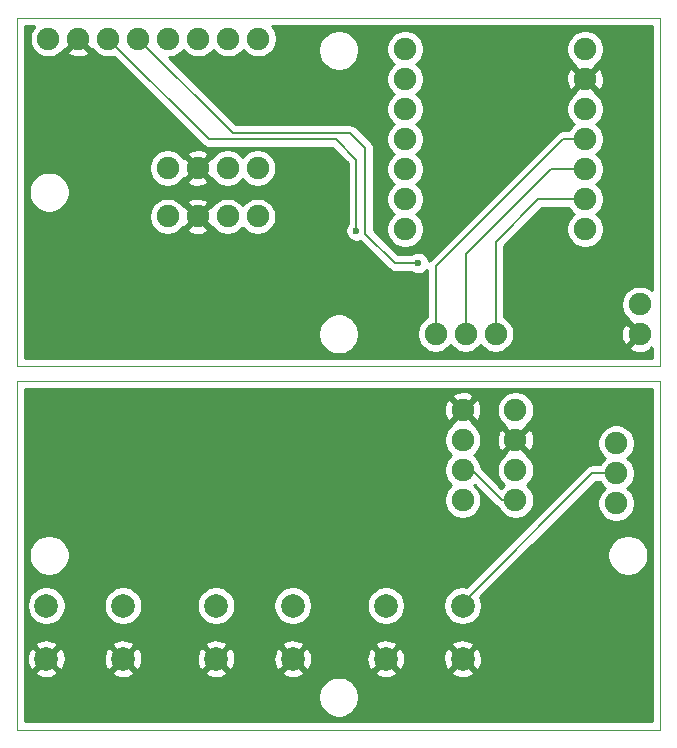
<source format=gbr>
%TF.GenerationSoftware,KiCad,Pcbnew,(5.1.9)-1*%
%TF.CreationDate,2021-03-22T13:16:07-04:00*%
%TF.ProjectId,BitDisplay,42697444-6973-4706-9c61-792e6b696361,rev?*%
%TF.SameCoordinates,Original*%
%TF.FileFunction,Copper,L2,Bot*%
%TF.FilePolarity,Positive*%
%FSLAX46Y46*%
G04 Gerber Fmt 4.6, Leading zero omitted, Abs format (unit mm)*
G04 Created by KiCad (PCBNEW (5.1.9)-1) date 2021-03-22 13:16:07*
%MOMM*%
%LPD*%
G01*
G04 APERTURE LIST*
%TA.AperFunction,Profile*%
%ADD10C,0.100000*%
%TD*%
%TA.AperFunction,ComponentPad*%
%ADD11C,1.900000*%
%TD*%
%TA.AperFunction,ComponentPad*%
%ADD12C,2.000000*%
%TD*%
%TA.AperFunction,ViaPad*%
%ADD13C,0.600000*%
%TD*%
%TA.AperFunction,Conductor*%
%ADD14C,0.200000*%
%TD*%
%TA.AperFunction,Conductor*%
%ADD15C,0.254000*%
%TD*%
%TA.AperFunction,Conductor*%
%ADD16C,0.100000*%
%TD*%
G04 APERTURE END LIST*
D10*
X100250000Y-110500000D02*
X100250000Y-81000000D01*
X154750000Y-110500000D02*
X100250000Y-110500000D01*
X154750000Y-81000000D02*
X154750000Y-110500000D01*
X100250000Y-81000000D02*
X154750000Y-81000000D01*
X154750000Y-79750000D02*
X154750000Y-50250000D01*
X100250000Y-79750000D02*
X100250000Y-50250000D01*
X100250000Y-79750000D02*
X154750000Y-79750000D01*
X100250000Y-50250000D02*
X154750000Y-50250000D01*
D11*
%TO.P,C3,4*%
%TO.N,Net-(A0-Pad5)*%
X142480000Y-91060000D03*
%TO.P,C3,3*%
%TO.N,Net-(A0-Pad4)*%
X142480000Y-88520000D03*
%TO.P,C3,2*%
%TO.N,GND*%
X142480000Y-85980000D03*
%TO.P,C3,1*%
%TO.N,+5V*%
X142480000Y-83440000D03*
%TD*%
%TO.P,DS0,1*%
%TO.N,+5V*%
X138000000Y-85980000D03*
%TO.P,DS0,2*%
%TO.N,GND*%
X138000000Y-83440000D03*
%TO.P,DS0,3*%
%TO.N,Net-(A0-Pad4)*%
X138000000Y-91060000D03*
%TO.P,DS0,4*%
%TO.N,Net-(A0-Pad5)*%
X138000000Y-88520000D03*
%TD*%
%TO.P,JP1,1*%
%TO.N,Net-(A0-Pad10)*%
X151000000Y-91330000D03*
%TO.P,JP1,2*%
%TO.N,Net-(A0-Pad9)*%
X151000000Y-88790000D03*
%TO.P,JP1,3*%
%TO.N,Net-(A0-Pad8)*%
X151000000Y-86250000D03*
%TD*%
%TO.P,C3,4*%
%TO.N,Net-(A0-Pad7)*%
X110540000Y-52000000D03*
%TO.P,C3,3*%
%TO.N,Net-(A0-Pad6)*%
X108000000Y-52000000D03*
%TO.P,C3,2*%
%TO.N,GND*%
X105460000Y-52000000D03*
%TO.P,C3,1*%
%TO.N,+5V*%
X102920000Y-52000000D03*
%TD*%
%TO.P,C2,4*%
%TO.N,Net-(A0-Pad5)*%
X120640000Y-62950000D03*
%TO.P,C2,3*%
%TO.N,Net-(A0-Pad4)*%
X118100000Y-62950000D03*
%TO.P,C2,2*%
%TO.N,GND*%
X115560000Y-62950000D03*
%TO.P,C2,1*%
%TO.N,N/C*%
X113020000Y-62950000D03*
%TD*%
%TO.P,C2,4*%
%TO.N,Net-(A0-Pad5)*%
X120640000Y-67050000D03*
%TO.P,C2,3*%
%TO.N,Net-(A0-Pad4)*%
X118100000Y-67050000D03*
%TO.P,C2,2*%
%TO.N,GND*%
X115560000Y-67050000D03*
%TO.P,C2,1*%
%TO.N,+5V*%
X113020000Y-67050000D03*
%TD*%
%TO.P,JP0,3*%
%TO.N,Net-(A0-Pad8)*%
X140790000Y-77000000D03*
%TO.P,JP0,2*%
%TO.N,Net-(A0-Pad9)*%
X138250000Y-77000000D03*
%TO.P,JP0,1*%
%TO.N,Net-(A0-Pad10)*%
X135710000Y-77000000D03*
%TD*%
%TO.P,A0,0*%
%TO.N,Net-(A0-Pad0)*%
X133130000Y-52880000D03*
%TO.P,A0,1*%
%TO.N,Net-(A0-Pad1)*%
X133130000Y-55420000D03*
%TO.P,A0,2*%
%TO.N,Net-(A0-Pad2)*%
X133130000Y-57960000D03*
%TO.P,A0,3*%
%TO.N,Net-(A0-Pad3)*%
X133130000Y-60500000D03*
%TO.P,A0,4*%
%TO.N,Net-(A0-Pad4)*%
X133130000Y-63040000D03*
%TO.P,A0,5*%
%TO.N,Net-(A0-Pad5)*%
X133130000Y-65580000D03*
%TO.P,A0,6*%
%TO.N,Net-(A0-Pad6)*%
X133130000Y-68120000D03*
%TO.P,A0,13*%
%TO.N,+5V*%
X148370000Y-52880000D03*
%TO.P,A0,12*%
%TO.N,GND*%
X148370000Y-55420000D03*
%TO.P,A0,11*%
%TO.N,Net-(A0-Pad11)*%
X148370000Y-57960000D03*
%TO.P,A0,10*%
%TO.N,Net-(A0-Pad10)*%
X148370000Y-60500000D03*
%TO.P,A0,9*%
%TO.N,Net-(A0-Pad9)*%
X148370000Y-63040000D03*
%TO.P,A0,8*%
%TO.N,Net-(A0-Pad8)*%
X148370000Y-65580000D03*
%TO.P,A0,7*%
%TO.N,Net-(A0-Pad7)*%
X148370000Y-68120000D03*
%TD*%
%TO.P,J0,1*%
%TO.N,+5V*%
X153000000Y-74500000D03*
%TO.P,J0,2*%
%TO.N,GND*%
X153000000Y-77040000D03*
%TD*%
%TO.P,J2,1*%
%TO.N,Net-(A0-Pad3)*%
X113080000Y-52000000D03*
%TO.P,J2,2*%
%TO.N,Net-(A0-Pad2)*%
X115620000Y-52000000D03*
%TO.P,J2,3*%
%TO.N,Net-(A0-Pad1)*%
X118160000Y-52000000D03*
%TO.P,J2,4*%
%TO.N,Net-(A0-Pad0)*%
X120700000Y-52000000D03*
%TD*%
D12*
%TO.P,SW0,2*%
%TO.N,Net-(A0-Pad8)*%
X109250000Y-100000000D03*
%TO.P,SW0,1*%
%TO.N,GND*%
X109250000Y-104500000D03*
%TO.P,SW0,2*%
%TO.N,Net-(A0-Pad8)*%
X102750000Y-100000000D03*
%TO.P,SW0,1*%
%TO.N,GND*%
X102750000Y-104500000D03*
%TD*%
%TO.P,SW1,1*%
%TO.N,GND*%
X131500000Y-104500000D03*
%TO.P,SW1,2*%
%TO.N,Net-(A0-Pad9)*%
X131500000Y-100000000D03*
%TO.P,SW1,1*%
%TO.N,GND*%
X138000000Y-104500000D03*
%TO.P,SW1,2*%
%TO.N,Net-(A0-Pad9)*%
X138000000Y-100000000D03*
%TD*%
%TO.P,SW2,2*%
%TO.N,Net-(A0-Pad10)*%
X123625000Y-100000000D03*
%TO.P,SW2,1*%
%TO.N,GND*%
X123625000Y-104500000D03*
%TO.P,SW2,2*%
%TO.N,Net-(A0-Pad10)*%
X117125000Y-100000000D03*
%TO.P,SW2,1*%
%TO.N,GND*%
X117125000Y-104500000D03*
%TD*%
D13*
%TO.N,Net-(A0-Pad6)*%
X129000000Y-68250000D03*
%TO.N,Net-(A0-Pad7)*%
X134250000Y-71000000D03*
%TD*%
D14*
%TO.N,Net-(A0-Pad5)*%
X138770000Y-88520000D02*
X138000000Y-88520000D01*
X141310000Y-91060000D02*
X138770000Y-88520000D01*
X142480000Y-91060000D02*
X141310000Y-91060000D01*
%TO.N,Net-(A0-Pad6)*%
X129000000Y-62250000D02*
X129000000Y-68250000D01*
X127250000Y-60500000D02*
X129000000Y-62250000D01*
X116500000Y-60500000D02*
X127250000Y-60500000D01*
X108000000Y-52000000D02*
X116500000Y-60500000D01*
%TO.N,Net-(A0-Pad10)*%
X148370000Y-60500000D02*
X146500000Y-60500000D01*
X135710000Y-71290000D02*
X135710000Y-77000000D01*
X146500000Y-60500000D02*
X135710000Y-71290000D01*
%TO.N,Net-(A0-Pad9)*%
X145460000Y-63040000D02*
X148370000Y-63040000D01*
X138250000Y-70250000D02*
X145460000Y-63040000D01*
X138250000Y-77000000D02*
X138250000Y-70250000D01*
X148960000Y-88790000D02*
X151000000Y-88790000D01*
X138000000Y-99750000D02*
X148960000Y-88790000D01*
X138000000Y-100000000D02*
X138000000Y-99750000D01*
%TO.N,Net-(A0-Pad8)*%
X144420000Y-65580000D02*
X148370000Y-65580000D01*
X140790000Y-69210000D02*
X144420000Y-65580000D01*
X140790000Y-77000000D02*
X140790000Y-69210000D01*
%TO.N,Net-(A0-Pad7)*%
X132250000Y-71000000D02*
X134250000Y-71000000D01*
X129750000Y-61250000D02*
X129750000Y-68500000D01*
X129750000Y-68500000D02*
X132250000Y-71000000D01*
X128500000Y-60000000D02*
X129750000Y-61250000D01*
X118540000Y-60000000D02*
X128500000Y-60000000D01*
X110540000Y-52000000D02*
X118540000Y-60000000D01*
%TD*%
D15*
%TO.N,GND*%
X154065001Y-109815000D02*
X100935000Y-109815000D01*
X100935000Y-107579117D01*
X125765000Y-107579117D01*
X125765000Y-107920883D01*
X125831675Y-108256081D01*
X125962463Y-108571831D01*
X126152337Y-108855998D01*
X126394002Y-109097663D01*
X126678169Y-109287537D01*
X126993919Y-109418325D01*
X127329117Y-109485000D01*
X127670883Y-109485000D01*
X128006081Y-109418325D01*
X128321831Y-109287537D01*
X128605998Y-109097663D01*
X128847663Y-108855998D01*
X129037537Y-108571831D01*
X129168325Y-108256081D01*
X129235000Y-107920883D01*
X129235000Y-107579117D01*
X129168325Y-107243919D01*
X129037537Y-106928169D01*
X128847663Y-106644002D01*
X128605998Y-106402337D01*
X128321831Y-106212463D01*
X128006081Y-106081675D01*
X127670883Y-106015000D01*
X127329117Y-106015000D01*
X126993919Y-106081675D01*
X126678169Y-106212463D01*
X126394002Y-106402337D01*
X126152337Y-106644002D01*
X125962463Y-106928169D01*
X125831675Y-107243919D01*
X125765000Y-107579117D01*
X100935000Y-107579117D01*
X100935000Y-105635413D01*
X101794192Y-105635413D01*
X101889956Y-105899814D01*
X102179571Y-106040704D01*
X102491108Y-106122384D01*
X102812595Y-106141718D01*
X103131675Y-106097961D01*
X103436088Y-105992795D01*
X103610044Y-105899814D01*
X103705808Y-105635413D01*
X108294192Y-105635413D01*
X108389956Y-105899814D01*
X108679571Y-106040704D01*
X108991108Y-106122384D01*
X109312595Y-106141718D01*
X109631675Y-106097961D01*
X109936088Y-105992795D01*
X110110044Y-105899814D01*
X110205808Y-105635413D01*
X116169192Y-105635413D01*
X116264956Y-105899814D01*
X116554571Y-106040704D01*
X116866108Y-106122384D01*
X117187595Y-106141718D01*
X117506675Y-106097961D01*
X117811088Y-105992795D01*
X117985044Y-105899814D01*
X118080808Y-105635413D01*
X122669192Y-105635413D01*
X122764956Y-105899814D01*
X123054571Y-106040704D01*
X123366108Y-106122384D01*
X123687595Y-106141718D01*
X124006675Y-106097961D01*
X124311088Y-105992795D01*
X124485044Y-105899814D01*
X124580808Y-105635413D01*
X130544192Y-105635413D01*
X130639956Y-105899814D01*
X130929571Y-106040704D01*
X131241108Y-106122384D01*
X131562595Y-106141718D01*
X131881675Y-106097961D01*
X132186088Y-105992795D01*
X132360044Y-105899814D01*
X132455808Y-105635413D01*
X137044192Y-105635413D01*
X137139956Y-105899814D01*
X137429571Y-106040704D01*
X137741108Y-106122384D01*
X138062595Y-106141718D01*
X138381675Y-106097961D01*
X138686088Y-105992795D01*
X138860044Y-105899814D01*
X138955808Y-105635413D01*
X138000000Y-104679605D01*
X137044192Y-105635413D01*
X132455808Y-105635413D01*
X131500000Y-104679605D01*
X130544192Y-105635413D01*
X124580808Y-105635413D01*
X123625000Y-104679605D01*
X122669192Y-105635413D01*
X118080808Y-105635413D01*
X117125000Y-104679605D01*
X116169192Y-105635413D01*
X110205808Y-105635413D01*
X109250000Y-104679605D01*
X108294192Y-105635413D01*
X103705808Y-105635413D01*
X102750000Y-104679605D01*
X101794192Y-105635413D01*
X100935000Y-105635413D01*
X100935000Y-104562595D01*
X101108282Y-104562595D01*
X101152039Y-104881675D01*
X101257205Y-105186088D01*
X101350186Y-105360044D01*
X101614587Y-105455808D01*
X102570395Y-104500000D01*
X102929605Y-104500000D01*
X103885413Y-105455808D01*
X104149814Y-105360044D01*
X104290704Y-105070429D01*
X104372384Y-104758892D01*
X104384189Y-104562595D01*
X107608282Y-104562595D01*
X107652039Y-104881675D01*
X107757205Y-105186088D01*
X107850186Y-105360044D01*
X108114587Y-105455808D01*
X109070395Y-104500000D01*
X109429605Y-104500000D01*
X110385413Y-105455808D01*
X110649814Y-105360044D01*
X110790704Y-105070429D01*
X110872384Y-104758892D01*
X110884189Y-104562595D01*
X115483282Y-104562595D01*
X115527039Y-104881675D01*
X115632205Y-105186088D01*
X115725186Y-105360044D01*
X115989587Y-105455808D01*
X116945395Y-104500000D01*
X117304605Y-104500000D01*
X118260413Y-105455808D01*
X118524814Y-105360044D01*
X118665704Y-105070429D01*
X118747384Y-104758892D01*
X118759189Y-104562595D01*
X121983282Y-104562595D01*
X122027039Y-104881675D01*
X122132205Y-105186088D01*
X122225186Y-105360044D01*
X122489587Y-105455808D01*
X123445395Y-104500000D01*
X123804605Y-104500000D01*
X124760413Y-105455808D01*
X125024814Y-105360044D01*
X125165704Y-105070429D01*
X125247384Y-104758892D01*
X125259189Y-104562595D01*
X129858282Y-104562595D01*
X129902039Y-104881675D01*
X130007205Y-105186088D01*
X130100186Y-105360044D01*
X130364587Y-105455808D01*
X131320395Y-104500000D01*
X131679605Y-104500000D01*
X132635413Y-105455808D01*
X132899814Y-105360044D01*
X133040704Y-105070429D01*
X133122384Y-104758892D01*
X133134189Y-104562595D01*
X136358282Y-104562595D01*
X136402039Y-104881675D01*
X136507205Y-105186088D01*
X136600186Y-105360044D01*
X136864587Y-105455808D01*
X137820395Y-104500000D01*
X138179605Y-104500000D01*
X139135413Y-105455808D01*
X139399814Y-105360044D01*
X139540704Y-105070429D01*
X139622384Y-104758892D01*
X139641718Y-104437405D01*
X139597961Y-104118325D01*
X139492795Y-103813912D01*
X139399814Y-103639956D01*
X139135413Y-103544192D01*
X138179605Y-104500000D01*
X137820395Y-104500000D01*
X136864587Y-103544192D01*
X136600186Y-103639956D01*
X136459296Y-103929571D01*
X136377616Y-104241108D01*
X136358282Y-104562595D01*
X133134189Y-104562595D01*
X133141718Y-104437405D01*
X133097961Y-104118325D01*
X132992795Y-103813912D01*
X132899814Y-103639956D01*
X132635413Y-103544192D01*
X131679605Y-104500000D01*
X131320395Y-104500000D01*
X130364587Y-103544192D01*
X130100186Y-103639956D01*
X129959296Y-103929571D01*
X129877616Y-104241108D01*
X129858282Y-104562595D01*
X125259189Y-104562595D01*
X125266718Y-104437405D01*
X125222961Y-104118325D01*
X125117795Y-103813912D01*
X125024814Y-103639956D01*
X124760413Y-103544192D01*
X123804605Y-104500000D01*
X123445395Y-104500000D01*
X122489587Y-103544192D01*
X122225186Y-103639956D01*
X122084296Y-103929571D01*
X122002616Y-104241108D01*
X121983282Y-104562595D01*
X118759189Y-104562595D01*
X118766718Y-104437405D01*
X118722961Y-104118325D01*
X118617795Y-103813912D01*
X118524814Y-103639956D01*
X118260413Y-103544192D01*
X117304605Y-104500000D01*
X116945395Y-104500000D01*
X115989587Y-103544192D01*
X115725186Y-103639956D01*
X115584296Y-103929571D01*
X115502616Y-104241108D01*
X115483282Y-104562595D01*
X110884189Y-104562595D01*
X110891718Y-104437405D01*
X110847961Y-104118325D01*
X110742795Y-103813912D01*
X110649814Y-103639956D01*
X110385413Y-103544192D01*
X109429605Y-104500000D01*
X109070395Y-104500000D01*
X108114587Y-103544192D01*
X107850186Y-103639956D01*
X107709296Y-103929571D01*
X107627616Y-104241108D01*
X107608282Y-104562595D01*
X104384189Y-104562595D01*
X104391718Y-104437405D01*
X104347961Y-104118325D01*
X104242795Y-103813912D01*
X104149814Y-103639956D01*
X103885413Y-103544192D01*
X102929605Y-104500000D01*
X102570395Y-104500000D01*
X101614587Y-103544192D01*
X101350186Y-103639956D01*
X101209296Y-103929571D01*
X101127616Y-104241108D01*
X101108282Y-104562595D01*
X100935000Y-104562595D01*
X100935000Y-103364587D01*
X101794192Y-103364587D01*
X102750000Y-104320395D01*
X103705808Y-103364587D01*
X108294192Y-103364587D01*
X109250000Y-104320395D01*
X110205808Y-103364587D01*
X116169192Y-103364587D01*
X117125000Y-104320395D01*
X118080808Y-103364587D01*
X122669192Y-103364587D01*
X123625000Y-104320395D01*
X124580808Y-103364587D01*
X130544192Y-103364587D01*
X131500000Y-104320395D01*
X132455808Y-103364587D01*
X137044192Y-103364587D01*
X138000000Y-104320395D01*
X138955808Y-103364587D01*
X138860044Y-103100186D01*
X138570429Y-102959296D01*
X138258892Y-102877616D01*
X137937405Y-102858282D01*
X137618325Y-102902039D01*
X137313912Y-103007205D01*
X137139956Y-103100186D01*
X137044192Y-103364587D01*
X132455808Y-103364587D01*
X132360044Y-103100186D01*
X132070429Y-102959296D01*
X131758892Y-102877616D01*
X131437405Y-102858282D01*
X131118325Y-102902039D01*
X130813912Y-103007205D01*
X130639956Y-103100186D01*
X130544192Y-103364587D01*
X124580808Y-103364587D01*
X124485044Y-103100186D01*
X124195429Y-102959296D01*
X123883892Y-102877616D01*
X123562405Y-102858282D01*
X123243325Y-102902039D01*
X122938912Y-103007205D01*
X122764956Y-103100186D01*
X122669192Y-103364587D01*
X118080808Y-103364587D01*
X117985044Y-103100186D01*
X117695429Y-102959296D01*
X117383892Y-102877616D01*
X117062405Y-102858282D01*
X116743325Y-102902039D01*
X116438912Y-103007205D01*
X116264956Y-103100186D01*
X116169192Y-103364587D01*
X110205808Y-103364587D01*
X110110044Y-103100186D01*
X109820429Y-102959296D01*
X109508892Y-102877616D01*
X109187405Y-102858282D01*
X108868325Y-102902039D01*
X108563912Y-103007205D01*
X108389956Y-103100186D01*
X108294192Y-103364587D01*
X103705808Y-103364587D01*
X103610044Y-103100186D01*
X103320429Y-102959296D01*
X103008892Y-102877616D01*
X102687405Y-102858282D01*
X102368325Y-102902039D01*
X102063912Y-103007205D01*
X101889956Y-103100186D01*
X101794192Y-103364587D01*
X100935000Y-103364587D01*
X100935000Y-99838967D01*
X101115000Y-99838967D01*
X101115000Y-100161033D01*
X101177832Y-100476912D01*
X101301082Y-100774463D01*
X101480013Y-101042252D01*
X101707748Y-101269987D01*
X101975537Y-101448918D01*
X102273088Y-101572168D01*
X102588967Y-101635000D01*
X102911033Y-101635000D01*
X103226912Y-101572168D01*
X103524463Y-101448918D01*
X103792252Y-101269987D01*
X104019987Y-101042252D01*
X104198918Y-100774463D01*
X104322168Y-100476912D01*
X104385000Y-100161033D01*
X104385000Y-99838967D01*
X107615000Y-99838967D01*
X107615000Y-100161033D01*
X107677832Y-100476912D01*
X107801082Y-100774463D01*
X107980013Y-101042252D01*
X108207748Y-101269987D01*
X108475537Y-101448918D01*
X108773088Y-101572168D01*
X109088967Y-101635000D01*
X109411033Y-101635000D01*
X109726912Y-101572168D01*
X110024463Y-101448918D01*
X110292252Y-101269987D01*
X110519987Y-101042252D01*
X110698918Y-100774463D01*
X110822168Y-100476912D01*
X110885000Y-100161033D01*
X110885000Y-99838967D01*
X115490000Y-99838967D01*
X115490000Y-100161033D01*
X115552832Y-100476912D01*
X115676082Y-100774463D01*
X115855013Y-101042252D01*
X116082748Y-101269987D01*
X116350537Y-101448918D01*
X116648088Y-101572168D01*
X116963967Y-101635000D01*
X117286033Y-101635000D01*
X117601912Y-101572168D01*
X117899463Y-101448918D01*
X118167252Y-101269987D01*
X118394987Y-101042252D01*
X118573918Y-100774463D01*
X118697168Y-100476912D01*
X118760000Y-100161033D01*
X118760000Y-99838967D01*
X121990000Y-99838967D01*
X121990000Y-100161033D01*
X122052832Y-100476912D01*
X122176082Y-100774463D01*
X122355013Y-101042252D01*
X122582748Y-101269987D01*
X122850537Y-101448918D01*
X123148088Y-101572168D01*
X123463967Y-101635000D01*
X123786033Y-101635000D01*
X124101912Y-101572168D01*
X124399463Y-101448918D01*
X124667252Y-101269987D01*
X124894987Y-101042252D01*
X125073918Y-100774463D01*
X125197168Y-100476912D01*
X125260000Y-100161033D01*
X125260000Y-99838967D01*
X129865000Y-99838967D01*
X129865000Y-100161033D01*
X129927832Y-100476912D01*
X130051082Y-100774463D01*
X130230013Y-101042252D01*
X130457748Y-101269987D01*
X130725537Y-101448918D01*
X131023088Y-101572168D01*
X131338967Y-101635000D01*
X131661033Y-101635000D01*
X131976912Y-101572168D01*
X132274463Y-101448918D01*
X132542252Y-101269987D01*
X132769987Y-101042252D01*
X132948918Y-100774463D01*
X133072168Y-100476912D01*
X133135000Y-100161033D01*
X133135000Y-99838967D01*
X136365000Y-99838967D01*
X136365000Y-100161033D01*
X136427832Y-100476912D01*
X136551082Y-100774463D01*
X136730013Y-101042252D01*
X136957748Y-101269987D01*
X137225537Y-101448918D01*
X137523088Y-101572168D01*
X137838967Y-101635000D01*
X138161033Y-101635000D01*
X138476912Y-101572168D01*
X138774463Y-101448918D01*
X139042252Y-101269987D01*
X139269987Y-101042252D01*
X139448918Y-100774463D01*
X139572168Y-100476912D01*
X139635000Y-100161033D01*
X139635000Y-99838967D01*
X139572168Y-99523088D01*
X139482598Y-99306848D01*
X143210329Y-95579117D01*
X150265000Y-95579117D01*
X150265000Y-95920883D01*
X150331675Y-96256081D01*
X150462463Y-96571831D01*
X150652337Y-96855998D01*
X150894002Y-97097663D01*
X151178169Y-97287537D01*
X151493919Y-97418325D01*
X151829117Y-97485000D01*
X152170883Y-97485000D01*
X152506081Y-97418325D01*
X152821831Y-97287537D01*
X153105998Y-97097663D01*
X153347663Y-96855998D01*
X153537537Y-96571831D01*
X153668325Y-96256081D01*
X153735000Y-95920883D01*
X153735000Y-95579117D01*
X153668325Y-95243919D01*
X153537537Y-94928169D01*
X153347663Y-94644002D01*
X153105998Y-94402337D01*
X152821831Y-94212463D01*
X152506081Y-94081675D01*
X152170883Y-94015000D01*
X151829117Y-94015000D01*
X151493919Y-94081675D01*
X151178169Y-94212463D01*
X150894002Y-94402337D01*
X150652337Y-94644002D01*
X150462463Y-94928169D01*
X150331675Y-95243919D01*
X150265000Y-95579117D01*
X143210329Y-95579117D01*
X149264447Y-89525000D01*
X149588855Y-89525000D01*
X149595391Y-89540779D01*
X149768850Y-89800379D01*
X149989621Y-90021150D01*
X150047764Y-90060000D01*
X149989621Y-90098850D01*
X149768850Y-90319621D01*
X149595391Y-90579221D01*
X149475911Y-90867673D01*
X149415000Y-91173891D01*
X149415000Y-91486109D01*
X149475911Y-91792327D01*
X149595391Y-92080779D01*
X149768850Y-92340379D01*
X149989621Y-92561150D01*
X150249221Y-92734609D01*
X150537673Y-92854089D01*
X150843891Y-92915000D01*
X151156109Y-92915000D01*
X151462327Y-92854089D01*
X151750779Y-92734609D01*
X152010379Y-92561150D01*
X152231150Y-92340379D01*
X152404609Y-92080779D01*
X152524089Y-91792327D01*
X152585000Y-91486109D01*
X152585000Y-91173891D01*
X152524089Y-90867673D01*
X152404609Y-90579221D01*
X152231150Y-90319621D01*
X152010379Y-90098850D01*
X151952236Y-90060000D01*
X152010379Y-90021150D01*
X152231150Y-89800379D01*
X152404609Y-89540779D01*
X152524089Y-89252327D01*
X152585000Y-88946109D01*
X152585000Y-88633891D01*
X152524089Y-88327673D01*
X152404609Y-88039221D01*
X152231150Y-87779621D01*
X152010379Y-87558850D01*
X151952236Y-87520000D01*
X152010379Y-87481150D01*
X152231150Y-87260379D01*
X152404609Y-87000779D01*
X152524089Y-86712327D01*
X152585000Y-86406109D01*
X152585000Y-86093891D01*
X152524089Y-85787673D01*
X152404609Y-85499221D01*
X152231150Y-85239621D01*
X152010379Y-85018850D01*
X151750779Y-84845391D01*
X151462327Y-84725911D01*
X151156109Y-84665000D01*
X150843891Y-84665000D01*
X150537673Y-84725911D01*
X150249221Y-84845391D01*
X149989621Y-85018850D01*
X149768850Y-85239621D01*
X149595391Y-85499221D01*
X149475911Y-85787673D01*
X149415000Y-86093891D01*
X149415000Y-86406109D01*
X149475911Y-86712327D01*
X149595391Y-87000779D01*
X149768850Y-87260379D01*
X149989621Y-87481150D01*
X150047764Y-87520000D01*
X149989621Y-87558850D01*
X149768850Y-87779621D01*
X149595391Y-88039221D01*
X149588855Y-88055000D01*
X148996105Y-88055000D01*
X148960000Y-88051444D01*
X148815915Y-88065635D01*
X148677366Y-88107663D01*
X148549680Y-88175913D01*
X148437762Y-88267762D01*
X148414746Y-88295807D01*
X138314940Y-98395614D01*
X138161033Y-98365000D01*
X137838967Y-98365000D01*
X137523088Y-98427832D01*
X137225537Y-98551082D01*
X136957748Y-98730013D01*
X136730013Y-98957748D01*
X136551082Y-99225537D01*
X136427832Y-99523088D01*
X136365000Y-99838967D01*
X133135000Y-99838967D01*
X133072168Y-99523088D01*
X132948918Y-99225537D01*
X132769987Y-98957748D01*
X132542252Y-98730013D01*
X132274463Y-98551082D01*
X131976912Y-98427832D01*
X131661033Y-98365000D01*
X131338967Y-98365000D01*
X131023088Y-98427832D01*
X130725537Y-98551082D01*
X130457748Y-98730013D01*
X130230013Y-98957748D01*
X130051082Y-99225537D01*
X129927832Y-99523088D01*
X129865000Y-99838967D01*
X125260000Y-99838967D01*
X125197168Y-99523088D01*
X125073918Y-99225537D01*
X124894987Y-98957748D01*
X124667252Y-98730013D01*
X124399463Y-98551082D01*
X124101912Y-98427832D01*
X123786033Y-98365000D01*
X123463967Y-98365000D01*
X123148088Y-98427832D01*
X122850537Y-98551082D01*
X122582748Y-98730013D01*
X122355013Y-98957748D01*
X122176082Y-99225537D01*
X122052832Y-99523088D01*
X121990000Y-99838967D01*
X118760000Y-99838967D01*
X118697168Y-99523088D01*
X118573918Y-99225537D01*
X118394987Y-98957748D01*
X118167252Y-98730013D01*
X117899463Y-98551082D01*
X117601912Y-98427832D01*
X117286033Y-98365000D01*
X116963967Y-98365000D01*
X116648088Y-98427832D01*
X116350537Y-98551082D01*
X116082748Y-98730013D01*
X115855013Y-98957748D01*
X115676082Y-99225537D01*
X115552832Y-99523088D01*
X115490000Y-99838967D01*
X110885000Y-99838967D01*
X110822168Y-99523088D01*
X110698918Y-99225537D01*
X110519987Y-98957748D01*
X110292252Y-98730013D01*
X110024463Y-98551082D01*
X109726912Y-98427832D01*
X109411033Y-98365000D01*
X109088967Y-98365000D01*
X108773088Y-98427832D01*
X108475537Y-98551082D01*
X108207748Y-98730013D01*
X107980013Y-98957748D01*
X107801082Y-99225537D01*
X107677832Y-99523088D01*
X107615000Y-99838967D01*
X104385000Y-99838967D01*
X104322168Y-99523088D01*
X104198918Y-99225537D01*
X104019987Y-98957748D01*
X103792252Y-98730013D01*
X103524463Y-98551082D01*
X103226912Y-98427832D01*
X102911033Y-98365000D01*
X102588967Y-98365000D01*
X102273088Y-98427832D01*
X101975537Y-98551082D01*
X101707748Y-98730013D01*
X101480013Y-98957748D01*
X101301082Y-99225537D01*
X101177832Y-99523088D01*
X101115000Y-99838967D01*
X100935000Y-99838967D01*
X100935000Y-95579117D01*
X101265000Y-95579117D01*
X101265000Y-95920883D01*
X101331675Y-96256081D01*
X101462463Y-96571831D01*
X101652337Y-96855998D01*
X101894002Y-97097663D01*
X102178169Y-97287537D01*
X102493919Y-97418325D01*
X102829117Y-97485000D01*
X103170883Y-97485000D01*
X103506081Y-97418325D01*
X103821831Y-97287537D01*
X104105998Y-97097663D01*
X104347663Y-96855998D01*
X104537537Y-96571831D01*
X104668325Y-96256081D01*
X104735000Y-95920883D01*
X104735000Y-95579117D01*
X104668325Y-95243919D01*
X104537537Y-94928169D01*
X104347663Y-94644002D01*
X104105998Y-94402337D01*
X103821831Y-94212463D01*
X103506081Y-94081675D01*
X103170883Y-94015000D01*
X102829117Y-94015000D01*
X102493919Y-94081675D01*
X102178169Y-94212463D01*
X101894002Y-94402337D01*
X101652337Y-94644002D01*
X101462463Y-94928169D01*
X101331675Y-95243919D01*
X101265000Y-95579117D01*
X100935000Y-95579117D01*
X100935000Y-85823891D01*
X136415000Y-85823891D01*
X136415000Y-86136109D01*
X136475911Y-86442327D01*
X136595391Y-86730779D01*
X136768850Y-86990379D01*
X136989621Y-87211150D01*
X137047764Y-87250000D01*
X136989621Y-87288850D01*
X136768850Y-87509621D01*
X136595391Y-87769221D01*
X136475911Y-88057673D01*
X136415000Y-88363891D01*
X136415000Y-88676109D01*
X136475911Y-88982327D01*
X136595391Y-89270779D01*
X136768850Y-89530379D01*
X136989621Y-89751150D01*
X137047764Y-89790000D01*
X136989621Y-89828850D01*
X136768850Y-90049621D01*
X136595391Y-90309221D01*
X136475911Y-90597673D01*
X136415000Y-90903891D01*
X136415000Y-91216109D01*
X136475911Y-91522327D01*
X136595391Y-91810779D01*
X136768850Y-92070379D01*
X136989621Y-92291150D01*
X137249221Y-92464609D01*
X137537673Y-92584089D01*
X137843891Y-92645000D01*
X138156109Y-92645000D01*
X138462327Y-92584089D01*
X138750779Y-92464609D01*
X139010379Y-92291150D01*
X139231150Y-92070379D01*
X139404609Y-91810779D01*
X139524089Y-91522327D01*
X139585000Y-91216109D01*
X139585000Y-90903891D01*
X139524089Y-90597673D01*
X139404609Y-90309221D01*
X139231150Y-90049621D01*
X139010379Y-89828850D01*
X138952236Y-89790000D01*
X138981200Y-89770647D01*
X140764746Y-91554193D01*
X140787762Y-91582238D01*
X140899680Y-91674087D01*
X141027367Y-91742337D01*
X141049869Y-91749163D01*
X141075391Y-91810779D01*
X141248850Y-92070379D01*
X141469621Y-92291150D01*
X141729221Y-92464609D01*
X142017673Y-92584089D01*
X142323891Y-92645000D01*
X142636109Y-92645000D01*
X142942327Y-92584089D01*
X143230779Y-92464609D01*
X143490379Y-92291150D01*
X143711150Y-92070379D01*
X143884609Y-91810779D01*
X144004089Y-91522327D01*
X144065000Y-91216109D01*
X144065000Y-90903891D01*
X144004089Y-90597673D01*
X143884609Y-90309221D01*
X143711150Y-90049621D01*
X143490379Y-89828850D01*
X143432236Y-89790000D01*
X143490379Y-89751150D01*
X143711150Y-89530379D01*
X143884609Y-89270779D01*
X144004089Y-88982327D01*
X144065000Y-88676109D01*
X144065000Y-88363891D01*
X144004089Y-88057673D01*
X143884609Y-87769221D01*
X143711150Y-87509621D01*
X143490379Y-87288850D01*
X143358324Y-87200613D01*
X143400147Y-87079752D01*
X142480000Y-86159605D01*
X141559853Y-87079752D01*
X141601676Y-87200613D01*
X141469621Y-87288850D01*
X141248850Y-87509621D01*
X141075391Y-87769221D01*
X140955911Y-88057673D01*
X140895000Y-88363891D01*
X140895000Y-88676109D01*
X140955911Y-88982327D01*
X141075391Y-89270779D01*
X141248850Y-89530379D01*
X141469621Y-89751150D01*
X141527764Y-89790000D01*
X141469621Y-89828850D01*
X141293959Y-90004512D01*
X139568032Y-88278585D01*
X139524089Y-88057673D01*
X139404609Y-87769221D01*
X139231150Y-87509621D01*
X139010379Y-87288850D01*
X138952236Y-87250000D01*
X139010379Y-87211150D01*
X139231150Y-86990379D01*
X139404609Y-86730779D01*
X139524089Y-86442327D01*
X139585000Y-86136109D01*
X139585000Y-86044573D01*
X140888641Y-86044573D01*
X140931816Y-86353791D01*
X141034487Y-86648644D01*
X141120958Y-86810421D01*
X141380248Y-86900147D01*
X142300395Y-85980000D01*
X142659605Y-85980000D01*
X143579752Y-86900147D01*
X143839042Y-86810421D01*
X143974935Y-86529329D01*
X144053379Y-86227127D01*
X144071359Y-85915427D01*
X144028184Y-85606209D01*
X143925513Y-85311356D01*
X143839042Y-85149579D01*
X143579752Y-85059853D01*
X142659605Y-85980000D01*
X142300395Y-85980000D01*
X141380248Y-85059853D01*
X141120958Y-85149579D01*
X140985065Y-85430671D01*
X140906621Y-85732873D01*
X140888641Y-86044573D01*
X139585000Y-86044573D01*
X139585000Y-85823891D01*
X139524089Y-85517673D01*
X139404609Y-85229221D01*
X139231150Y-84969621D01*
X139010379Y-84748850D01*
X138878324Y-84660613D01*
X138920147Y-84539752D01*
X138000000Y-83619605D01*
X137079853Y-84539752D01*
X137121676Y-84660613D01*
X136989621Y-84748850D01*
X136768850Y-84969621D01*
X136595391Y-85229221D01*
X136475911Y-85517673D01*
X136415000Y-85823891D01*
X100935000Y-85823891D01*
X100935000Y-83504573D01*
X136408641Y-83504573D01*
X136451816Y-83813791D01*
X136554487Y-84108644D01*
X136640958Y-84270421D01*
X136900248Y-84360147D01*
X137820395Y-83440000D01*
X138179605Y-83440000D01*
X139099752Y-84360147D01*
X139359042Y-84270421D01*
X139494935Y-83989329D01*
X139573379Y-83687127D01*
X139591359Y-83375427D01*
X139578579Y-83283891D01*
X140895000Y-83283891D01*
X140895000Y-83596109D01*
X140955911Y-83902327D01*
X141075391Y-84190779D01*
X141248850Y-84450379D01*
X141469621Y-84671150D01*
X141601676Y-84759387D01*
X141559853Y-84880248D01*
X142480000Y-85800395D01*
X143400147Y-84880248D01*
X143358324Y-84759387D01*
X143490379Y-84671150D01*
X143711150Y-84450379D01*
X143884609Y-84190779D01*
X144004089Y-83902327D01*
X144065000Y-83596109D01*
X144065000Y-83283891D01*
X144004089Y-82977673D01*
X143884609Y-82689221D01*
X143711150Y-82429621D01*
X143490379Y-82208850D01*
X143230779Y-82035391D01*
X142942327Y-81915911D01*
X142636109Y-81855000D01*
X142323891Y-81855000D01*
X142017673Y-81915911D01*
X141729221Y-82035391D01*
X141469621Y-82208850D01*
X141248850Y-82429621D01*
X141075391Y-82689221D01*
X140955911Y-82977673D01*
X140895000Y-83283891D01*
X139578579Y-83283891D01*
X139548184Y-83066209D01*
X139445513Y-82771356D01*
X139359042Y-82609579D01*
X139099752Y-82519853D01*
X138179605Y-83440000D01*
X137820395Y-83440000D01*
X136900248Y-82519853D01*
X136640958Y-82609579D01*
X136505065Y-82890671D01*
X136426621Y-83192873D01*
X136408641Y-83504573D01*
X100935000Y-83504573D01*
X100935000Y-82340248D01*
X137079853Y-82340248D01*
X138000000Y-83260395D01*
X138920147Y-82340248D01*
X138830421Y-82080958D01*
X138549329Y-81945065D01*
X138247127Y-81866621D01*
X137935427Y-81848641D01*
X137626209Y-81891816D01*
X137331356Y-81994487D01*
X137169579Y-82080958D01*
X137079853Y-82340248D01*
X100935000Y-82340248D01*
X100935000Y-81685000D01*
X154065000Y-81685000D01*
X154065001Y-109815000D01*
%TA.AperFunction,Conductor*%
D16*
G36*
X154065001Y-109815000D02*
G01*
X100935000Y-109815000D01*
X100935000Y-107579117D01*
X125765000Y-107579117D01*
X125765000Y-107920883D01*
X125831675Y-108256081D01*
X125962463Y-108571831D01*
X126152337Y-108855998D01*
X126394002Y-109097663D01*
X126678169Y-109287537D01*
X126993919Y-109418325D01*
X127329117Y-109485000D01*
X127670883Y-109485000D01*
X128006081Y-109418325D01*
X128321831Y-109287537D01*
X128605998Y-109097663D01*
X128847663Y-108855998D01*
X129037537Y-108571831D01*
X129168325Y-108256081D01*
X129235000Y-107920883D01*
X129235000Y-107579117D01*
X129168325Y-107243919D01*
X129037537Y-106928169D01*
X128847663Y-106644002D01*
X128605998Y-106402337D01*
X128321831Y-106212463D01*
X128006081Y-106081675D01*
X127670883Y-106015000D01*
X127329117Y-106015000D01*
X126993919Y-106081675D01*
X126678169Y-106212463D01*
X126394002Y-106402337D01*
X126152337Y-106644002D01*
X125962463Y-106928169D01*
X125831675Y-107243919D01*
X125765000Y-107579117D01*
X100935000Y-107579117D01*
X100935000Y-105635413D01*
X101794192Y-105635413D01*
X101889956Y-105899814D01*
X102179571Y-106040704D01*
X102491108Y-106122384D01*
X102812595Y-106141718D01*
X103131675Y-106097961D01*
X103436088Y-105992795D01*
X103610044Y-105899814D01*
X103705808Y-105635413D01*
X108294192Y-105635413D01*
X108389956Y-105899814D01*
X108679571Y-106040704D01*
X108991108Y-106122384D01*
X109312595Y-106141718D01*
X109631675Y-106097961D01*
X109936088Y-105992795D01*
X110110044Y-105899814D01*
X110205808Y-105635413D01*
X116169192Y-105635413D01*
X116264956Y-105899814D01*
X116554571Y-106040704D01*
X116866108Y-106122384D01*
X117187595Y-106141718D01*
X117506675Y-106097961D01*
X117811088Y-105992795D01*
X117985044Y-105899814D01*
X118080808Y-105635413D01*
X122669192Y-105635413D01*
X122764956Y-105899814D01*
X123054571Y-106040704D01*
X123366108Y-106122384D01*
X123687595Y-106141718D01*
X124006675Y-106097961D01*
X124311088Y-105992795D01*
X124485044Y-105899814D01*
X124580808Y-105635413D01*
X130544192Y-105635413D01*
X130639956Y-105899814D01*
X130929571Y-106040704D01*
X131241108Y-106122384D01*
X131562595Y-106141718D01*
X131881675Y-106097961D01*
X132186088Y-105992795D01*
X132360044Y-105899814D01*
X132455808Y-105635413D01*
X137044192Y-105635413D01*
X137139956Y-105899814D01*
X137429571Y-106040704D01*
X137741108Y-106122384D01*
X138062595Y-106141718D01*
X138381675Y-106097961D01*
X138686088Y-105992795D01*
X138860044Y-105899814D01*
X138955808Y-105635413D01*
X138000000Y-104679605D01*
X137044192Y-105635413D01*
X132455808Y-105635413D01*
X131500000Y-104679605D01*
X130544192Y-105635413D01*
X124580808Y-105635413D01*
X123625000Y-104679605D01*
X122669192Y-105635413D01*
X118080808Y-105635413D01*
X117125000Y-104679605D01*
X116169192Y-105635413D01*
X110205808Y-105635413D01*
X109250000Y-104679605D01*
X108294192Y-105635413D01*
X103705808Y-105635413D01*
X102750000Y-104679605D01*
X101794192Y-105635413D01*
X100935000Y-105635413D01*
X100935000Y-104562595D01*
X101108282Y-104562595D01*
X101152039Y-104881675D01*
X101257205Y-105186088D01*
X101350186Y-105360044D01*
X101614587Y-105455808D01*
X102570395Y-104500000D01*
X102929605Y-104500000D01*
X103885413Y-105455808D01*
X104149814Y-105360044D01*
X104290704Y-105070429D01*
X104372384Y-104758892D01*
X104384189Y-104562595D01*
X107608282Y-104562595D01*
X107652039Y-104881675D01*
X107757205Y-105186088D01*
X107850186Y-105360044D01*
X108114587Y-105455808D01*
X109070395Y-104500000D01*
X109429605Y-104500000D01*
X110385413Y-105455808D01*
X110649814Y-105360044D01*
X110790704Y-105070429D01*
X110872384Y-104758892D01*
X110884189Y-104562595D01*
X115483282Y-104562595D01*
X115527039Y-104881675D01*
X115632205Y-105186088D01*
X115725186Y-105360044D01*
X115989587Y-105455808D01*
X116945395Y-104500000D01*
X117304605Y-104500000D01*
X118260413Y-105455808D01*
X118524814Y-105360044D01*
X118665704Y-105070429D01*
X118747384Y-104758892D01*
X118759189Y-104562595D01*
X121983282Y-104562595D01*
X122027039Y-104881675D01*
X122132205Y-105186088D01*
X122225186Y-105360044D01*
X122489587Y-105455808D01*
X123445395Y-104500000D01*
X123804605Y-104500000D01*
X124760413Y-105455808D01*
X125024814Y-105360044D01*
X125165704Y-105070429D01*
X125247384Y-104758892D01*
X125259189Y-104562595D01*
X129858282Y-104562595D01*
X129902039Y-104881675D01*
X130007205Y-105186088D01*
X130100186Y-105360044D01*
X130364587Y-105455808D01*
X131320395Y-104500000D01*
X131679605Y-104500000D01*
X132635413Y-105455808D01*
X132899814Y-105360044D01*
X133040704Y-105070429D01*
X133122384Y-104758892D01*
X133134189Y-104562595D01*
X136358282Y-104562595D01*
X136402039Y-104881675D01*
X136507205Y-105186088D01*
X136600186Y-105360044D01*
X136864587Y-105455808D01*
X137820395Y-104500000D01*
X138179605Y-104500000D01*
X139135413Y-105455808D01*
X139399814Y-105360044D01*
X139540704Y-105070429D01*
X139622384Y-104758892D01*
X139641718Y-104437405D01*
X139597961Y-104118325D01*
X139492795Y-103813912D01*
X139399814Y-103639956D01*
X139135413Y-103544192D01*
X138179605Y-104500000D01*
X137820395Y-104500000D01*
X136864587Y-103544192D01*
X136600186Y-103639956D01*
X136459296Y-103929571D01*
X136377616Y-104241108D01*
X136358282Y-104562595D01*
X133134189Y-104562595D01*
X133141718Y-104437405D01*
X133097961Y-104118325D01*
X132992795Y-103813912D01*
X132899814Y-103639956D01*
X132635413Y-103544192D01*
X131679605Y-104500000D01*
X131320395Y-104500000D01*
X130364587Y-103544192D01*
X130100186Y-103639956D01*
X129959296Y-103929571D01*
X129877616Y-104241108D01*
X129858282Y-104562595D01*
X125259189Y-104562595D01*
X125266718Y-104437405D01*
X125222961Y-104118325D01*
X125117795Y-103813912D01*
X125024814Y-103639956D01*
X124760413Y-103544192D01*
X123804605Y-104500000D01*
X123445395Y-104500000D01*
X122489587Y-103544192D01*
X122225186Y-103639956D01*
X122084296Y-103929571D01*
X122002616Y-104241108D01*
X121983282Y-104562595D01*
X118759189Y-104562595D01*
X118766718Y-104437405D01*
X118722961Y-104118325D01*
X118617795Y-103813912D01*
X118524814Y-103639956D01*
X118260413Y-103544192D01*
X117304605Y-104500000D01*
X116945395Y-104500000D01*
X115989587Y-103544192D01*
X115725186Y-103639956D01*
X115584296Y-103929571D01*
X115502616Y-104241108D01*
X115483282Y-104562595D01*
X110884189Y-104562595D01*
X110891718Y-104437405D01*
X110847961Y-104118325D01*
X110742795Y-103813912D01*
X110649814Y-103639956D01*
X110385413Y-103544192D01*
X109429605Y-104500000D01*
X109070395Y-104500000D01*
X108114587Y-103544192D01*
X107850186Y-103639956D01*
X107709296Y-103929571D01*
X107627616Y-104241108D01*
X107608282Y-104562595D01*
X104384189Y-104562595D01*
X104391718Y-104437405D01*
X104347961Y-104118325D01*
X104242795Y-103813912D01*
X104149814Y-103639956D01*
X103885413Y-103544192D01*
X102929605Y-104500000D01*
X102570395Y-104500000D01*
X101614587Y-103544192D01*
X101350186Y-103639956D01*
X101209296Y-103929571D01*
X101127616Y-104241108D01*
X101108282Y-104562595D01*
X100935000Y-104562595D01*
X100935000Y-103364587D01*
X101794192Y-103364587D01*
X102750000Y-104320395D01*
X103705808Y-103364587D01*
X108294192Y-103364587D01*
X109250000Y-104320395D01*
X110205808Y-103364587D01*
X116169192Y-103364587D01*
X117125000Y-104320395D01*
X118080808Y-103364587D01*
X122669192Y-103364587D01*
X123625000Y-104320395D01*
X124580808Y-103364587D01*
X130544192Y-103364587D01*
X131500000Y-104320395D01*
X132455808Y-103364587D01*
X137044192Y-103364587D01*
X138000000Y-104320395D01*
X138955808Y-103364587D01*
X138860044Y-103100186D01*
X138570429Y-102959296D01*
X138258892Y-102877616D01*
X137937405Y-102858282D01*
X137618325Y-102902039D01*
X137313912Y-103007205D01*
X137139956Y-103100186D01*
X137044192Y-103364587D01*
X132455808Y-103364587D01*
X132360044Y-103100186D01*
X132070429Y-102959296D01*
X131758892Y-102877616D01*
X131437405Y-102858282D01*
X131118325Y-102902039D01*
X130813912Y-103007205D01*
X130639956Y-103100186D01*
X130544192Y-103364587D01*
X124580808Y-103364587D01*
X124485044Y-103100186D01*
X124195429Y-102959296D01*
X123883892Y-102877616D01*
X123562405Y-102858282D01*
X123243325Y-102902039D01*
X122938912Y-103007205D01*
X122764956Y-103100186D01*
X122669192Y-103364587D01*
X118080808Y-103364587D01*
X117985044Y-103100186D01*
X117695429Y-102959296D01*
X117383892Y-102877616D01*
X117062405Y-102858282D01*
X116743325Y-102902039D01*
X116438912Y-103007205D01*
X116264956Y-103100186D01*
X116169192Y-103364587D01*
X110205808Y-103364587D01*
X110110044Y-103100186D01*
X109820429Y-102959296D01*
X109508892Y-102877616D01*
X109187405Y-102858282D01*
X108868325Y-102902039D01*
X108563912Y-103007205D01*
X108389956Y-103100186D01*
X108294192Y-103364587D01*
X103705808Y-103364587D01*
X103610044Y-103100186D01*
X103320429Y-102959296D01*
X103008892Y-102877616D01*
X102687405Y-102858282D01*
X102368325Y-102902039D01*
X102063912Y-103007205D01*
X101889956Y-103100186D01*
X101794192Y-103364587D01*
X100935000Y-103364587D01*
X100935000Y-99838967D01*
X101115000Y-99838967D01*
X101115000Y-100161033D01*
X101177832Y-100476912D01*
X101301082Y-100774463D01*
X101480013Y-101042252D01*
X101707748Y-101269987D01*
X101975537Y-101448918D01*
X102273088Y-101572168D01*
X102588967Y-101635000D01*
X102911033Y-101635000D01*
X103226912Y-101572168D01*
X103524463Y-101448918D01*
X103792252Y-101269987D01*
X104019987Y-101042252D01*
X104198918Y-100774463D01*
X104322168Y-100476912D01*
X104385000Y-100161033D01*
X104385000Y-99838967D01*
X107615000Y-99838967D01*
X107615000Y-100161033D01*
X107677832Y-100476912D01*
X107801082Y-100774463D01*
X107980013Y-101042252D01*
X108207748Y-101269987D01*
X108475537Y-101448918D01*
X108773088Y-101572168D01*
X109088967Y-101635000D01*
X109411033Y-101635000D01*
X109726912Y-101572168D01*
X110024463Y-101448918D01*
X110292252Y-101269987D01*
X110519987Y-101042252D01*
X110698918Y-100774463D01*
X110822168Y-100476912D01*
X110885000Y-100161033D01*
X110885000Y-99838967D01*
X115490000Y-99838967D01*
X115490000Y-100161033D01*
X115552832Y-100476912D01*
X115676082Y-100774463D01*
X115855013Y-101042252D01*
X116082748Y-101269987D01*
X116350537Y-101448918D01*
X116648088Y-101572168D01*
X116963967Y-101635000D01*
X117286033Y-101635000D01*
X117601912Y-101572168D01*
X117899463Y-101448918D01*
X118167252Y-101269987D01*
X118394987Y-101042252D01*
X118573918Y-100774463D01*
X118697168Y-100476912D01*
X118760000Y-100161033D01*
X118760000Y-99838967D01*
X121990000Y-99838967D01*
X121990000Y-100161033D01*
X122052832Y-100476912D01*
X122176082Y-100774463D01*
X122355013Y-101042252D01*
X122582748Y-101269987D01*
X122850537Y-101448918D01*
X123148088Y-101572168D01*
X123463967Y-101635000D01*
X123786033Y-101635000D01*
X124101912Y-101572168D01*
X124399463Y-101448918D01*
X124667252Y-101269987D01*
X124894987Y-101042252D01*
X125073918Y-100774463D01*
X125197168Y-100476912D01*
X125260000Y-100161033D01*
X125260000Y-99838967D01*
X129865000Y-99838967D01*
X129865000Y-100161033D01*
X129927832Y-100476912D01*
X130051082Y-100774463D01*
X130230013Y-101042252D01*
X130457748Y-101269987D01*
X130725537Y-101448918D01*
X131023088Y-101572168D01*
X131338967Y-101635000D01*
X131661033Y-101635000D01*
X131976912Y-101572168D01*
X132274463Y-101448918D01*
X132542252Y-101269987D01*
X132769987Y-101042252D01*
X132948918Y-100774463D01*
X133072168Y-100476912D01*
X133135000Y-100161033D01*
X133135000Y-99838967D01*
X136365000Y-99838967D01*
X136365000Y-100161033D01*
X136427832Y-100476912D01*
X136551082Y-100774463D01*
X136730013Y-101042252D01*
X136957748Y-101269987D01*
X137225537Y-101448918D01*
X137523088Y-101572168D01*
X137838967Y-101635000D01*
X138161033Y-101635000D01*
X138476912Y-101572168D01*
X138774463Y-101448918D01*
X139042252Y-101269987D01*
X139269987Y-101042252D01*
X139448918Y-100774463D01*
X139572168Y-100476912D01*
X139635000Y-100161033D01*
X139635000Y-99838967D01*
X139572168Y-99523088D01*
X139482598Y-99306848D01*
X143210329Y-95579117D01*
X150265000Y-95579117D01*
X150265000Y-95920883D01*
X150331675Y-96256081D01*
X150462463Y-96571831D01*
X150652337Y-96855998D01*
X150894002Y-97097663D01*
X151178169Y-97287537D01*
X151493919Y-97418325D01*
X151829117Y-97485000D01*
X152170883Y-97485000D01*
X152506081Y-97418325D01*
X152821831Y-97287537D01*
X153105998Y-97097663D01*
X153347663Y-96855998D01*
X153537537Y-96571831D01*
X153668325Y-96256081D01*
X153735000Y-95920883D01*
X153735000Y-95579117D01*
X153668325Y-95243919D01*
X153537537Y-94928169D01*
X153347663Y-94644002D01*
X153105998Y-94402337D01*
X152821831Y-94212463D01*
X152506081Y-94081675D01*
X152170883Y-94015000D01*
X151829117Y-94015000D01*
X151493919Y-94081675D01*
X151178169Y-94212463D01*
X150894002Y-94402337D01*
X150652337Y-94644002D01*
X150462463Y-94928169D01*
X150331675Y-95243919D01*
X150265000Y-95579117D01*
X143210329Y-95579117D01*
X149264447Y-89525000D01*
X149588855Y-89525000D01*
X149595391Y-89540779D01*
X149768850Y-89800379D01*
X149989621Y-90021150D01*
X150047764Y-90060000D01*
X149989621Y-90098850D01*
X149768850Y-90319621D01*
X149595391Y-90579221D01*
X149475911Y-90867673D01*
X149415000Y-91173891D01*
X149415000Y-91486109D01*
X149475911Y-91792327D01*
X149595391Y-92080779D01*
X149768850Y-92340379D01*
X149989621Y-92561150D01*
X150249221Y-92734609D01*
X150537673Y-92854089D01*
X150843891Y-92915000D01*
X151156109Y-92915000D01*
X151462327Y-92854089D01*
X151750779Y-92734609D01*
X152010379Y-92561150D01*
X152231150Y-92340379D01*
X152404609Y-92080779D01*
X152524089Y-91792327D01*
X152585000Y-91486109D01*
X152585000Y-91173891D01*
X152524089Y-90867673D01*
X152404609Y-90579221D01*
X152231150Y-90319621D01*
X152010379Y-90098850D01*
X151952236Y-90060000D01*
X152010379Y-90021150D01*
X152231150Y-89800379D01*
X152404609Y-89540779D01*
X152524089Y-89252327D01*
X152585000Y-88946109D01*
X152585000Y-88633891D01*
X152524089Y-88327673D01*
X152404609Y-88039221D01*
X152231150Y-87779621D01*
X152010379Y-87558850D01*
X151952236Y-87520000D01*
X152010379Y-87481150D01*
X152231150Y-87260379D01*
X152404609Y-87000779D01*
X152524089Y-86712327D01*
X152585000Y-86406109D01*
X152585000Y-86093891D01*
X152524089Y-85787673D01*
X152404609Y-85499221D01*
X152231150Y-85239621D01*
X152010379Y-85018850D01*
X151750779Y-84845391D01*
X151462327Y-84725911D01*
X151156109Y-84665000D01*
X150843891Y-84665000D01*
X150537673Y-84725911D01*
X150249221Y-84845391D01*
X149989621Y-85018850D01*
X149768850Y-85239621D01*
X149595391Y-85499221D01*
X149475911Y-85787673D01*
X149415000Y-86093891D01*
X149415000Y-86406109D01*
X149475911Y-86712327D01*
X149595391Y-87000779D01*
X149768850Y-87260379D01*
X149989621Y-87481150D01*
X150047764Y-87520000D01*
X149989621Y-87558850D01*
X149768850Y-87779621D01*
X149595391Y-88039221D01*
X149588855Y-88055000D01*
X148996105Y-88055000D01*
X148960000Y-88051444D01*
X148815915Y-88065635D01*
X148677366Y-88107663D01*
X148549680Y-88175913D01*
X148437762Y-88267762D01*
X148414746Y-88295807D01*
X138314940Y-98395614D01*
X138161033Y-98365000D01*
X137838967Y-98365000D01*
X137523088Y-98427832D01*
X137225537Y-98551082D01*
X136957748Y-98730013D01*
X136730013Y-98957748D01*
X136551082Y-99225537D01*
X136427832Y-99523088D01*
X136365000Y-99838967D01*
X133135000Y-99838967D01*
X133072168Y-99523088D01*
X132948918Y-99225537D01*
X132769987Y-98957748D01*
X132542252Y-98730013D01*
X132274463Y-98551082D01*
X131976912Y-98427832D01*
X131661033Y-98365000D01*
X131338967Y-98365000D01*
X131023088Y-98427832D01*
X130725537Y-98551082D01*
X130457748Y-98730013D01*
X130230013Y-98957748D01*
X130051082Y-99225537D01*
X129927832Y-99523088D01*
X129865000Y-99838967D01*
X125260000Y-99838967D01*
X125197168Y-99523088D01*
X125073918Y-99225537D01*
X124894987Y-98957748D01*
X124667252Y-98730013D01*
X124399463Y-98551082D01*
X124101912Y-98427832D01*
X123786033Y-98365000D01*
X123463967Y-98365000D01*
X123148088Y-98427832D01*
X122850537Y-98551082D01*
X122582748Y-98730013D01*
X122355013Y-98957748D01*
X122176082Y-99225537D01*
X122052832Y-99523088D01*
X121990000Y-99838967D01*
X118760000Y-99838967D01*
X118697168Y-99523088D01*
X118573918Y-99225537D01*
X118394987Y-98957748D01*
X118167252Y-98730013D01*
X117899463Y-98551082D01*
X117601912Y-98427832D01*
X117286033Y-98365000D01*
X116963967Y-98365000D01*
X116648088Y-98427832D01*
X116350537Y-98551082D01*
X116082748Y-98730013D01*
X115855013Y-98957748D01*
X115676082Y-99225537D01*
X115552832Y-99523088D01*
X115490000Y-99838967D01*
X110885000Y-99838967D01*
X110822168Y-99523088D01*
X110698918Y-99225537D01*
X110519987Y-98957748D01*
X110292252Y-98730013D01*
X110024463Y-98551082D01*
X109726912Y-98427832D01*
X109411033Y-98365000D01*
X109088967Y-98365000D01*
X108773088Y-98427832D01*
X108475537Y-98551082D01*
X108207748Y-98730013D01*
X107980013Y-98957748D01*
X107801082Y-99225537D01*
X107677832Y-99523088D01*
X107615000Y-99838967D01*
X104385000Y-99838967D01*
X104322168Y-99523088D01*
X104198918Y-99225537D01*
X104019987Y-98957748D01*
X103792252Y-98730013D01*
X103524463Y-98551082D01*
X103226912Y-98427832D01*
X102911033Y-98365000D01*
X102588967Y-98365000D01*
X102273088Y-98427832D01*
X101975537Y-98551082D01*
X101707748Y-98730013D01*
X101480013Y-98957748D01*
X101301082Y-99225537D01*
X101177832Y-99523088D01*
X101115000Y-99838967D01*
X100935000Y-99838967D01*
X100935000Y-95579117D01*
X101265000Y-95579117D01*
X101265000Y-95920883D01*
X101331675Y-96256081D01*
X101462463Y-96571831D01*
X101652337Y-96855998D01*
X101894002Y-97097663D01*
X102178169Y-97287537D01*
X102493919Y-97418325D01*
X102829117Y-97485000D01*
X103170883Y-97485000D01*
X103506081Y-97418325D01*
X103821831Y-97287537D01*
X104105998Y-97097663D01*
X104347663Y-96855998D01*
X104537537Y-96571831D01*
X104668325Y-96256081D01*
X104735000Y-95920883D01*
X104735000Y-95579117D01*
X104668325Y-95243919D01*
X104537537Y-94928169D01*
X104347663Y-94644002D01*
X104105998Y-94402337D01*
X103821831Y-94212463D01*
X103506081Y-94081675D01*
X103170883Y-94015000D01*
X102829117Y-94015000D01*
X102493919Y-94081675D01*
X102178169Y-94212463D01*
X101894002Y-94402337D01*
X101652337Y-94644002D01*
X101462463Y-94928169D01*
X101331675Y-95243919D01*
X101265000Y-95579117D01*
X100935000Y-95579117D01*
X100935000Y-85823891D01*
X136415000Y-85823891D01*
X136415000Y-86136109D01*
X136475911Y-86442327D01*
X136595391Y-86730779D01*
X136768850Y-86990379D01*
X136989621Y-87211150D01*
X137047764Y-87250000D01*
X136989621Y-87288850D01*
X136768850Y-87509621D01*
X136595391Y-87769221D01*
X136475911Y-88057673D01*
X136415000Y-88363891D01*
X136415000Y-88676109D01*
X136475911Y-88982327D01*
X136595391Y-89270779D01*
X136768850Y-89530379D01*
X136989621Y-89751150D01*
X137047764Y-89790000D01*
X136989621Y-89828850D01*
X136768850Y-90049621D01*
X136595391Y-90309221D01*
X136475911Y-90597673D01*
X136415000Y-90903891D01*
X136415000Y-91216109D01*
X136475911Y-91522327D01*
X136595391Y-91810779D01*
X136768850Y-92070379D01*
X136989621Y-92291150D01*
X137249221Y-92464609D01*
X137537673Y-92584089D01*
X137843891Y-92645000D01*
X138156109Y-92645000D01*
X138462327Y-92584089D01*
X138750779Y-92464609D01*
X139010379Y-92291150D01*
X139231150Y-92070379D01*
X139404609Y-91810779D01*
X139524089Y-91522327D01*
X139585000Y-91216109D01*
X139585000Y-90903891D01*
X139524089Y-90597673D01*
X139404609Y-90309221D01*
X139231150Y-90049621D01*
X139010379Y-89828850D01*
X138952236Y-89790000D01*
X138981200Y-89770647D01*
X140764746Y-91554193D01*
X140787762Y-91582238D01*
X140899680Y-91674087D01*
X141027367Y-91742337D01*
X141049869Y-91749163D01*
X141075391Y-91810779D01*
X141248850Y-92070379D01*
X141469621Y-92291150D01*
X141729221Y-92464609D01*
X142017673Y-92584089D01*
X142323891Y-92645000D01*
X142636109Y-92645000D01*
X142942327Y-92584089D01*
X143230779Y-92464609D01*
X143490379Y-92291150D01*
X143711150Y-92070379D01*
X143884609Y-91810779D01*
X144004089Y-91522327D01*
X144065000Y-91216109D01*
X144065000Y-90903891D01*
X144004089Y-90597673D01*
X143884609Y-90309221D01*
X143711150Y-90049621D01*
X143490379Y-89828850D01*
X143432236Y-89790000D01*
X143490379Y-89751150D01*
X143711150Y-89530379D01*
X143884609Y-89270779D01*
X144004089Y-88982327D01*
X144065000Y-88676109D01*
X144065000Y-88363891D01*
X144004089Y-88057673D01*
X143884609Y-87769221D01*
X143711150Y-87509621D01*
X143490379Y-87288850D01*
X143358324Y-87200613D01*
X143400147Y-87079752D01*
X142480000Y-86159605D01*
X141559853Y-87079752D01*
X141601676Y-87200613D01*
X141469621Y-87288850D01*
X141248850Y-87509621D01*
X141075391Y-87769221D01*
X140955911Y-88057673D01*
X140895000Y-88363891D01*
X140895000Y-88676109D01*
X140955911Y-88982327D01*
X141075391Y-89270779D01*
X141248850Y-89530379D01*
X141469621Y-89751150D01*
X141527764Y-89790000D01*
X141469621Y-89828850D01*
X141293959Y-90004512D01*
X139568032Y-88278585D01*
X139524089Y-88057673D01*
X139404609Y-87769221D01*
X139231150Y-87509621D01*
X139010379Y-87288850D01*
X138952236Y-87250000D01*
X139010379Y-87211150D01*
X139231150Y-86990379D01*
X139404609Y-86730779D01*
X139524089Y-86442327D01*
X139585000Y-86136109D01*
X139585000Y-86044573D01*
X140888641Y-86044573D01*
X140931816Y-86353791D01*
X141034487Y-86648644D01*
X141120958Y-86810421D01*
X141380248Y-86900147D01*
X142300395Y-85980000D01*
X142659605Y-85980000D01*
X143579752Y-86900147D01*
X143839042Y-86810421D01*
X143974935Y-86529329D01*
X144053379Y-86227127D01*
X144071359Y-85915427D01*
X144028184Y-85606209D01*
X143925513Y-85311356D01*
X143839042Y-85149579D01*
X143579752Y-85059853D01*
X142659605Y-85980000D01*
X142300395Y-85980000D01*
X141380248Y-85059853D01*
X141120958Y-85149579D01*
X140985065Y-85430671D01*
X140906621Y-85732873D01*
X140888641Y-86044573D01*
X139585000Y-86044573D01*
X139585000Y-85823891D01*
X139524089Y-85517673D01*
X139404609Y-85229221D01*
X139231150Y-84969621D01*
X139010379Y-84748850D01*
X138878324Y-84660613D01*
X138920147Y-84539752D01*
X138000000Y-83619605D01*
X137079853Y-84539752D01*
X137121676Y-84660613D01*
X136989621Y-84748850D01*
X136768850Y-84969621D01*
X136595391Y-85229221D01*
X136475911Y-85517673D01*
X136415000Y-85823891D01*
X100935000Y-85823891D01*
X100935000Y-83504573D01*
X136408641Y-83504573D01*
X136451816Y-83813791D01*
X136554487Y-84108644D01*
X136640958Y-84270421D01*
X136900248Y-84360147D01*
X137820395Y-83440000D01*
X138179605Y-83440000D01*
X139099752Y-84360147D01*
X139359042Y-84270421D01*
X139494935Y-83989329D01*
X139573379Y-83687127D01*
X139591359Y-83375427D01*
X139578579Y-83283891D01*
X140895000Y-83283891D01*
X140895000Y-83596109D01*
X140955911Y-83902327D01*
X141075391Y-84190779D01*
X141248850Y-84450379D01*
X141469621Y-84671150D01*
X141601676Y-84759387D01*
X141559853Y-84880248D01*
X142480000Y-85800395D01*
X143400147Y-84880248D01*
X143358324Y-84759387D01*
X143490379Y-84671150D01*
X143711150Y-84450379D01*
X143884609Y-84190779D01*
X144004089Y-83902327D01*
X144065000Y-83596109D01*
X144065000Y-83283891D01*
X144004089Y-82977673D01*
X143884609Y-82689221D01*
X143711150Y-82429621D01*
X143490379Y-82208850D01*
X143230779Y-82035391D01*
X142942327Y-81915911D01*
X142636109Y-81855000D01*
X142323891Y-81855000D01*
X142017673Y-81915911D01*
X141729221Y-82035391D01*
X141469621Y-82208850D01*
X141248850Y-82429621D01*
X141075391Y-82689221D01*
X140955911Y-82977673D01*
X140895000Y-83283891D01*
X139578579Y-83283891D01*
X139548184Y-83066209D01*
X139445513Y-82771356D01*
X139359042Y-82609579D01*
X139099752Y-82519853D01*
X138179605Y-83440000D01*
X137820395Y-83440000D01*
X136900248Y-82519853D01*
X136640958Y-82609579D01*
X136505065Y-82890671D01*
X136426621Y-83192873D01*
X136408641Y-83504573D01*
X100935000Y-83504573D01*
X100935000Y-82340248D01*
X137079853Y-82340248D01*
X138000000Y-83260395D01*
X138920147Y-82340248D01*
X138830421Y-82080958D01*
X138549329Y-81945065D01*
X138247127Y-81866621D01*
X137935427Y-81848641D01*
X137626209Y-81891816D01*
X137331356Y-81994487D01*
X137169579Y-82080958D01*
X137079853Y-82340248D01*
X100935000Y-82340248D01*
X100935000Y-81685000D01*
X154065000Y-81685000D01*
X154065001Y-109815000D01*
G37*
%TD.AperFunction*%
D15*
X101688850Y-50989621D02*
X101515391Y-51249221D01*
X101395911Y-51537673D01*
X101335000Y-51843891D01*
X101335000Y-52156109D01*
X101395911Y-52462327D01*
X101515391Y-52750779D01*
X101688850Y-53010379D01*
X101909621Y-53231150D01*
X102169221Y-53404609D01*
X102457673Y-53524089D01*
X102763891Y-53585000D01*
X103076109Y-53585000D01*
X103382327Y-53524089D01*
X103670779Y-53404609D01*
X103930379Y-53231150D01*
X104061777Y-53099752D01*
X104539853Y-53099752D01*
X104629579Y-53359042D01*
X104910671Y-53494935D01*
X105212873Y-53573379D01*
X105524573Y-53591359D01*
X105833791Y-53548184D01*
X106128644Y-53445513D01*
X106290421Y-53359042D01*
X106380147Y-53099752D01*
X105460000Y-52179605D01*
X104539853Y-53099752D01*
X104061777Y-53099752D01*
X104151150Y-53010379D01*
X104239387Y-52878324D01*
X104360248Y-52920147D01*
X105280395Y-52000000D01*
X105266253Y-51985858D01*
X105445858Y-51806253D01*
X105460000Y-51820395D01*
X105474143Y-51806253D01*
X105653748Y-51985858D01*
X105639605Y-52000000D01*
X106559752Y-52920147D01*
X106680613Y-52878324D01*
X106768850Y-53010379D01*
X106989621Y-53231150D01*
X107249221Y-53404609D01*
X107537673Y-53524089D01*
X107843891Y-53585000D01*
X108156109Y-53585000D01*
X108462327Y-53524089D01*
X108478107Y-53517553D01*
X115954746Y-60994193D01*
X115977762Y-61022238D01*
X116089680Y-61114087D01*
X116217367Y-61182337D01*
X116355915Y-61224365D01*
X116463895Y-61235000D01*
X116463904Y-61235000D01*
X116499999Y-61238555D01*
X116536094Y-61235000D01*
X126945554Y-61235000D01*
X128265000Y-62554447D01*
X128265001Y-67667048D01*
X128171414Y-67807111D01*
X128100932Y-67977271D01*
X128065000Y-68157911D01*
X128065000Y-68342089D01*
X128100932Y-68522729D01*
X128171414Y-68692889D01*
X128273738Y-68846028D01*
X128403972Y-68976262D01*
X128557111Y-69078586D01*
X128727271Y-69149068D01*
X128907911Y-69185000D01*
X129092089Y-69185000D01*
X129272729Y-69149068D01*
X129334172Y-69123618D01*
X131704746Y-71494193D01*
X131727762Y-71522238D01*
X131839680Y-71614087D01*
X131967367Y-71682337D01*
X132105915Y-71724365D01*
X132250000Y-71738556D01*
X132286105Y-71735000D01*
X133667049Y-71735000D01*
X133807111Y-71828586D01*
X133977271Y-71899068D01*
X134157911Y-71935000D01*
X134342089Y-71935000D01*
X134522729Y-71899068D01*
X134692889Y-71828586D01*
X134846028Y-71726262D01*
X134975000Y-71597290D01*
X134975001Y-75588855D01*
X134959221Y-75595391D01*
X134699621Y-75768850D01*
X134478850Y-75989621D01*
X134305391Y-76249221D01*
X134185911Y-76537673D01*
X134125000Y-76843891D01*
X134125000Y-77156109D01*
X134185911Y-77462327D01*
X134305391Y-77750779D01*
X134478850Y-78010379D01*
X134699621Y-78231150D01*
X134959221Y-78404609D01*
X135247673Y-78524089D01*
X135553891Y-78585000D01*
X135866109Y-78585000D01*
X136172327Y-78524089D01*
X136460779Y-78404609D01*
X136720379Y-78231150D01*
X136941150Y-78010379D01*
X136980000Y-77952236D01*
X137018850Y-78010379D01*
X137239621Y-78231150D01*
X137499221Y-78404609D01*
X137787673Y-78524089D01*
X138093891Y-78585000D01*
X138406109Y-78585000D01*
X138712327Y-78524089D01*
X139000779Y-78404609D01*
X139260379Y-78231150D01*
X139481150Y-78010379D01*
X139520000Y-77952236D01*
X139558850Y-78010379D01*
X139779621Y-78231150D01*
X140039221Y-78404609D01*
X140327673Y-78524089D01*
X140633891Y-78585000D01*
X140946109Y-78585000D01*
X141252327Y-78524089D01*
X141540779Y-78404609D01*
X141800379Y-78231150D01*
X142021150Y-78010379D01*
X142194609Y-77750779D01*
X142314089Y-77462327D01*
X142375000Y-77156109D01*
X142375000Y-77104573D01*
X151408641Y-77104573D01*
X151451816Y-77413791D01*
X151554487Y-77708644D01*
X151640958Y-77870421D01*
X151900248Y-77960147D01*
X152820395Y-77040000D01*
X151900248Y-76119853D01*
X151640958Y-76209579D01*
X151505065Y-76490671D01*
X151426621Y-76792873D01*
X151408641Y-77104573D01*
X142375000Y-77104573D01*
X142375000Y-76843891D01*
X142314089Y-76537673D01*
X142194609Y-76249221D01*
X142021150Y-75989621D01*
X141800379Y-75768850D01*
X141540779Y-75595391D01*
X141525000Y-75588855D01*
X141525000Y-69514446D01*
X144724447Y-66315000D01*
X146958855Y-66315000D01*
X146965391Y-66330779D01*
X147138850Y-66590379D01*
X147359621Y-66811150D01*
X147417764Y-66850000D01*
X147359621Y-66888850D01*
X147138850Y-67109621D01*
X146965391Y-67369221D01*
X146845911Y-67657673D01*
X146785000Y-67963891D01*
X146785000Y-68276109D01*
X146845911Y-68582327D01*
X146965391Y-68870779D01*
X147138850Y-69130379D01*
X147359621Y-69351150D01*
X147619221Y-69524609D01*
X147907673Y-69644089D01*
X148213891Y-69705000D01*
X148526109Y-69705000D01*
X148832327Y-69644089D01*
X149120779Y-69524609D01*
X149380379Y-69351150D01*
X149601150Y-69130379D01*
X149774609Y-68870779D01*
X149894089Y-68582327D01*
X149955000Y-68276109D01*
X149955000Y-67963891D01*
X149894089Y-67657673D01*
X149774609Y-67369221D01*
X149601150Y-67109621D01*
X149380379Y-66888850D01*
X149322236Y-66850000D01*
X149380379Y-66811150D01*
X149601150Y-66590379D01*
X149774609Y-66330779D01*
X149894089Y-66042327D01*
X149955000Y-65736109D01*
X149955000Y-65423891D01*
X149894089Y-65117673D01*
X149774609Y-64829221D01*
X149601150Y-64569621D01*
X149380379Y-64348850D01*
X149322236Y-64310000D01*
X149380379Y-64271150D01*
X149601150Y-64050379D01*
X149774609Y-63790779D01*
X149894089Y-63502327D01*
X149955000Y-63196109D01*
X149955000Y-62883891D01*
X149894089Y-62577673D01*
X149774609Y-62289221D01*
X149601150Y-62029621D01*
X149380379Y-61808850D01*
X149322236Y-61770000D01*
X149380379Y-61731150D01*
X149601150Y-61510379D01*
X149774609Y-61250779D01*
X149894089Y-60962327D01*
X149955000Y-60656109D01*
X149955000Y-60343891D01*
X149894089Y-60037673D01*
X149774609Y-59749221D01*
X149601150Y-59489621D01*
X149380379Y-59268850D01*
X149322236Y-59230000D01*
X149380379Y-59191150D01*
X149601150Y-58970379D01*
X149774609Y-58710779D01*
X149894089Y-58422327D01*
X149955000Y-58116109D01*
X149955000Y-57803891D01*
X149894089Y-57497673D01*
X149774609Y-57209221D01*
X149601150Y-56949621D01*
X149380379Y-56728850D01*
X149248324Y-56640613D01*
X149290147Y-56519752D01*
X148370000Y-55599605D01*
X147449853Y-56519752D01*
X147491676Y-56640613D01*
X147359621Y-56728850D01*
X147138850Y-56949621D01*
X146965391Y-57209221D01*
X146845911Y-57497673D01*
X146785000Y-57803891D01*
X146785000Y-58116109D01*
X146845911Y-58422327D01*
X146965391Y-58710779D01*
X147138850Y-58970379D01*
X147359621Y-59191150D01*
X147417764Y-59230000D01*
X147359621Y-59268850D01*
X147138850Y-59489621D01*
X146965391Y-59749221D01*
X146958855Y-59765000D01*
X146536094Y-59765000D01*
X146499999Y-59761445D01*
X146463904Y-59765000D01*
X146463895Y-59765000D01*
X146355915Y-59775635D01*
X146217367Y-59817663D01*
X146089680Y-59885913D01*
X145977762Y-59977762D01*
X145954747Y-60005806D01*
X135215808Y-70744746D01*
X135187762Y-70767763D01*
X135163100Y-70797814D01*
X135149068Y-70727271D01*
X135078586Y-70557111D01*
X134976262Y-70403972D01*
X134846028Y-70273738D01*
X134692889Y-70171414D01*
X134522729Y-70100932D01*
X134342089Y-70065000D01*
X134157911Y-70065000D01*
X133977271Y-70100932D01*
X133807111Y-70171414D01*
X133667049Y-70265000D01*
X132554447Y-70265000D01*
X130485000Y-68195554D01*
X130485000Y-61286105D01*
X130488556Y-61250000D01*
X130474365Y-61105915D01*
X130455963Y-61045253D01*
X130432337Y-60967367D01*
X130364087Y-60839680D01*
X130317269Y-60782633D01*
X130295253Y-60755806D01*
X130295250Y-60755803D01*
X130272237Y-60727762D01*
X130244197Y-60704750D01*
X129045258Y-59505812D01*
X129022238Y-59477762D01*
X128910320Y-59385913D01*
X128782633Y-59317663D01*
X128644085Y-59275635D01*
X128536105Y-59265000D01*
X128500000Y-59261444D01*
X128463895Y-59265000D01*
X118844447Y-59265000D01*
X113164446Y-53585000D01*
X113236109Y-53585000D01*
X113542327Y-53524089D01*
X113830779Y-53404609D01*
X114090379Y-53231150D01*
X114311150Y-53010379D01*
X114350000Y-52952236D01*
X114388850Y-53010379D01*
X114609621Y-53231150D01*
X114869221Y-53404609D01*
X115157673Y-53524089D01*
X115463891Y-53585000D01*
X115776109Y-53585000D01*
X116082327Y-53524089D01*
X116370779Y-53404609D01*
X116630379Y-53231150D01*
X116851150Y-53010379D01*
X116890000Y-52952236D01*
X116928850Y-53010379D01*
X117149621Y-53231150D01*
X117409221Y-53404609D01*
X117697673Y-53524089D01*
X118003891Y-53585000D01*
X118316109Y-53585000D01*
X118622327Y-53524089D01*
X118910779Y-53404609D01*
X119170379Y-53231150D01*
X119391150Y-53010379D01*
X119430000Y-52952236D01*
X119468850Y-53010379D01*
X119689621Y-53231150D01*
X119949221Y-53404609D01*
X120237673Y-53524089D01*
X120543891Y-53585000D01*
X120856109Y-53585000D01*
X121162327Y-53524089D01*
X121450779Y-53404609D01*
X121710379Y-53231150D01*
X121931150Y-53010379D01*
X122052265Y-52829117D01*
X125765000Y-52829117D01*
X125765000Y-53170883D01*
X125831675Y-53506081D01*
X125962463Y-53821831D01*
X126152337Y-54105998D01*
X126394002Y-54347663D01*
X126678169Y-54537537D01*
X126993919Y-54668325D01*
X127329117Y-54735000D01*
X127670883Y-54735000D01*
X128006081Y-54668325D01*
X128321831Y-54537537D01*
X128605998Y-54347663D01*
X128847663Y-54105998D01*
X129037537Y-53821831D01*
X129168325Y-53506081D01*
X129235000Y-53170883D01*
X129235000Y-52829117D01*
X129214070Y-52723891D01*
X131545000Y-52723891D01*
X131545000Y-53036109D01*
X131605911Y-53342327D01*
X131725391Y-53630779D01*
X131898850Y-53890379D01*
X132119621Y-54111150D01*
X132177764Y-54150000D01*
X132119621Y-54188850D01*
X131898850Y-54409621D01*
X131725391Y-54669221D01*
X131605911Y-54957673D01*
X131545000Y-55263891D01*
X131545000Y-55576109D01*
X131605911Y-55882327D01*
X131725391Y-56170779D01*
X131898850Y-56430379D01*
X132119621Y-56651150D01*
X132177764Y-56690000D01*
X132119621Y-56728850D01*
X131898850Y-56949621D01*
X131725391Y-57209221D01*
X131605911Y-57497673D01*
X131545000Y-57803891D01*
X131545000Y-58116109D01*
X131605911Y-58422327D01*
X131725391Y-58710779D01*
X131898850Y-58970379D01*
X132119621Y-59191150D01*
X132177764Y-59230000D01*
X132119621Y-59268850D01*
X131898850Y-59489621D01*
X131725391Y-59749221D01*
X131605911Y-60037673D01*
X131545000Y-60343891D01*
X131545000Y-60656109D01*
X131605911Y-60962327D01*
X131725391Y-61250779D01*
X131898850Y-61510379D01*
X132119621Y-61731150D01*
X132177764Y-61770000D01*
X132119621Y-61808850D01*
X131898850Y-62029621D01*
X131725391Y-62289221D01*
X131605911Y-62577673D01*
X131545000Y-62883891D01*
X131545000Y-63196109D01*
X131605911Y-63502327D01*
X131725391Y-63790779D01*
X131898850Y-64050379D01*
X132119621Y-64271150D01*
X132177764Y-64310000D01*
X132119621Y-64348850D01*
X131898850Y-64569621D01*
X131725391Y-64829221D01*
X131605911Y-65117673D01*
X131545000Y-65423891D01*
X131545000Y-65736109D01*
X131605911Y-66042327D01*
X131725391Y-66330779D01*
X131898850Y-66590379D01*
X132119621Y-66811150D01*
X132177764Y-66850000D01*
X132119621Y-66888850D01*
X131898850Y-67109621D01*
X131725391Y-67369221D01*
X131605911Y-67657673D01*
X131545000Y-67963891D01*
X131545000Y-68276109D01*
X131605911Y-68582327D01*
X131725391Y-68870779D01*
X131898850Y-69130379D01*
X132119621Y-69351150D01*
X132379221Y-69524609D01*
X132667673Y-69644089D01*
X132973891Y-69705000D01*
X133286109Y-69705000D01*
X133592327Y-69644089D01*
X133880779Y-69524609D01*
X134140379Y-69351150D01*
X134361150Y-69130379D01*
X134534609Y-68870779D01*
X134654089Y-68582327D01*
X134715000Y-68276109D01*
X134715000Y-67963891D01*
X134654089Y-67657673D01*
X134534609Y-67369221D01*
X134361150Y-67109621D01*
X134140379Y-66888850D01*
X134082236Y-66850000D01*
X134140379Y-66811150D01*
X134361150Y-66590379D01*
X134534609Y-66330779D01*
X134654089Y-66042327D01*
X134715000Y-65736109D01*
X134715000Y-65423891D01*
X134654089Y-65117673D01*
X134534609Y-64829221D01*
X134361150Y-64569621D01*
X134140379Y-64348850D01*
X134082236Y-64310000D01*
X134140379Y-64271150D01*
X134361150Y-64050379D01*
X134534609Y-63790779D01*
X134654089Y-63502327D01*
X134715000Y-63196109D01*
X134715000Y-62883891D01*
X134654089Y-62577673D01*
X134534609Y-62289221D01*
X134361150Y-62029621D01*
X134140379Y-61808850D01*
X134082236Y-61770000D01*
X134140379Y-61731150D01*
X134361150Y-61510379D01*
X134534609Y-61250779D01*
X134654089Y-60962327D01*
X134715000Y-60656109D01*
X134715000Y-60343891D01*
X134654089Y-60037673D01*
X134534609Y-59749221D01*
X134361150Y-59489621D01*
X134140379Y-59268850D01*
X134082236Y-59230000D01*
X134140379Y-59191150D01*
X134361150Y-58970379D01*
X134534609Y-58710779D01*
X134654089Y-58422327D01*
X134715000Y-58116109D01*
X134715000Y-57803891D01*
X134654089Y-57497673D01*
X134534609Y-57209221D01*
X134361150Y-56949621D01*
X134140379Y-56728850D01*
X134082236Y-56690000D01*
X134140379Y-56651150D01*
X134361150Y-56430379D01*
X134534609Y-56170779D01*
X134654089Y-55882327D01*
X134715000Y-55576109D01*
X134715000Y-55484573D01*
X146778641Y-55484573D01*
X146821816Y-55793791D01*
X146924487Y-56088644D01*
X147010958Y-56250421D01*
X147270248Y-56340147D01*
X148190395Y-55420000D01*
X148549605Y-55420000D01*
X149469752Y-56340147D01*
X149729042Y-56250421D01*
X149864935Y-55969329D01*
X149943379Y-55667127D01*
X149961359Y-55355427D01*
X149918184Y-55046209D01*
X149815513Y-54751356D01*
X149729042Y-54589579D01*
X149469752Y-54499853D01*
X148549605Y-55420000D01*
X148190395Y-55420000D01*
X147270248Y-54499853D01*
X147010958Y-54589579D01*
X146875065Y-54870671D01*
X146796621Y-55172873D01*
X146778641Y-55484573D01*
X134715000Y-55484573D01*
X134715000Y-55263891D01*
X134654089Y-54957673D01*
X134534609Y-54669221D01*
X134361150Y-54409621D01*
X134140379Y-54188850D01*
X134082236Y-54150000D01*
X134140379Y-54111150D01*
X134361150Y-53890379D01*
X134534609Y-53630779D01*
X134654089Y-53342327D01*
X134715000Y-53036109D01*
X134715000Y-52723891D01*
X146785000Y-52723891D01*
X146785000Y-53036109D01*
X146845911Y-53342327D01*
X146965391Y-53630779D01*
X147138850Y-53890379D01*
X147359621Y-54111150D01*
X147491676Y-54199387D01*
X147449853Y-54320248D01*
X148370000Y-55240395D01*
X149290147Y-54320248D01*
X149248324Y-54199387D01*
X149380379Y-54111150D01*
X149601150Y-53890379D01*
X149774609Y-53630779D01*
X149894089Y-53342327D01*
X149955000Y-53036109D01*
X149955000Y-52723891D01*
X149894089Y-52417673D01*
X149774609Y-52129221D01*
X149601150Y-51869621D01*
X149380379Y-51648850D01*
X149120779Y-51475391D01*
X148832327Y-51355911D01*
X148526109Y-51295000D01*
X148213891Y-51295000D01*
X147907673Y-51355911D01*
X147619221Y-51475391D01*
X147359621Y-51648850D01*
X147138850Y-51869621D01*
X146965391Y-52129221D01*
X146845911Y-52417673D01*
X146785000Y-52723891D01*
X134715000Y-52723891D01*
X134654089Y-52417673D01*
X134534609Y-52129221D01*
X134361150Y-51869621D01*
X134140379Y-51648850D01*
X133880779Y-51475391D01*
X133592327Y-51355911D01*
X133286109Y-51295000D01*
X132973891Y-51295000D01*
X132667673Y-51355911D01*
X132379221Y-51475391D01*
X132119621Y-51648850D01*
X131898850Y-51869621D01*
X131725391Y-52129221D01*
X131605911Y-52417673D01*
X131545000Y-52723891D01*
X129214070Y-52723891D01*
X129168325Y-52493919D01*
X129037537Y-52178169D01*
X128847663Y-51894002D01*
X128605998Y-51652337D01*
X128321831Y-51462463D01*
X128006081Y-51331675D01*
X127670883Y-51265000D01*
X127329117Y-51265000D01*
X126993919Y-51331675D01*
X126678169Y-51462463D01*
X126394002Y-51652337D01*
X126152337Y-51894002D01*
X125962463Y-52178169D01*
X125831675Y-52493919D01*
X125765000Y-52829117D01*
X122052265Y-52829117D01*
X122104609Y-52750779D01*
X122224089Y-52462327D01*
X122285000Y-52156109D01*
X122285000Y-51843891D01*
X122224089Y-51537673D01*
X122104609Y-51249221D01*
X121931150Y-50989621D01*
X121876529Y-50935000D01*
X154065001Y-50935000D01*
X154065000Y-73323471D01*
X154010379Y-73268850D01*
X153750779Y-73095391D01*
X153462327Y-72975911D01*
X153156109Y-72915000D01*
X152843891Y-72915000D01*
X152537673Y-72975911D01*
X152249221Y-73095391D01*
X151989621Y-73268850D01*
X151768850Y-73489621D01*
X151595391Y-73749221D01*
X151475911Y-74037673D01*
X151415000Y-74343891D01*
X151415000Y-74656109D01*
X151475911Y-74962327D01*
X151595391Y-75250779D01*
X151768850Y-75510379D01*
X151989621Y-75731150D01*
X152121676Y-75819387D01*
X152079853Y-75940248D01*
X153000000Y-76860395D01*
X153014143Y-76846253D01*
X153193748Y-77025858D01*
X153179605Y-77040000D01*
X153193748Y-77054143D01*
X153014143Y-77233748D01*
X153000000Y-77219605D01*
X152079853Y-78139752D01*
X152169579Y-78399042D01*
X152450671Y-78534935D01*
X152752873Y-78613379D01*
X153064573Y-78631359D01*
X153373791Y-78588184D01*
X153668644Y-78485513D01*
X153830421Y-78399042D01*
X153920146Y-78139754D01*
X154035949Y-78255557D01*
X154065000Y-78226506D01*
X154065000Y-79065000D01*
X100935000Y-79065000D01*
X100935000Y-76829117D01*
X125765000Y-76829117D01*
X125765000Y-77170883D01*
X125831675Y-77506081D01*
X125962463Y-77821831D01*
X126152337Y-78105998D01*
X126394002Y-78347663D01*
X126678169Y-78537537D01*
X126993919Y-78668325D01*
X127329117Y-78735000D01*
X127670883Y-78735000D01*
X128006081Y-78668325D01*
X128321831Y-78537537D01*
X128605998Y-78347663D01*
X128847663Y-78105998D01*
X129037537Y-77821831D01*
X129168325Y-77506081D01*
X129235000Y-77170883D01*
X129235000Y-76829117D01*
X129168325Y-76493919D01*
X129037537Y-76178169D01*
X128847663Y-75894002D01*
X128605998Y-75652337D01*
X128321831Y-75462463D01*
X128006081Y-75331675D01*
X127670883Y-75265000D01*
X127329117Y-75265000D01*
X126993919Y-75331675D01*
X126678169Y-75462463D01*
X126394002Y-75652337D01*
X126152337Y-75894002D01*
X125962463Y-76178169D01*
X125831675Y-76493919D01*
X125765000Y-76829117D01*
X100935000Y-76829117D01*
X100935000Y-66893891D01*
X111435000Y-66893891D01*
X111435000Y-67206109D01*
X111495911Y-67512327D01*
X111615391Y-67800779D01*
X111788850Y-68060379D01*
X112009621Y-68281150D01*
X112269221Y-68454609D01*
X112557673Y-68574089D01*
X112863891Y-68635000D01*
X113176109Y-68635000D01*
X113482327Y-68574089D01*
X113770779Y-68454609D01*
X114030379Y-68281150D01*
X114161777Y-68149752D01*
X114639853Y-68149752D01*
X114729579Y-68409042D01*
X115010671Y-68544935D01*
X115312873Y-68623379D01*
X115624573Y-68641359D01*
X115933791Y-68598184D01*
X116228644Y-68495513D01*
X116390421Y-68409042D01*
X116480147Y-68149752D01*
X115560000Y-67229605D01*
X114639853Y-68149752D01*
X114161777Y-68149752D01*
X114251150Y-68060379D01*
X114339387Y-67928324D01*
X114460248Y-67970147D01*
X115380395Y-67050000D01*
X115739605Y-67050000D01*
X116659752Y-67970147D01*
X116780613Y-67928324D01*
X116868850Y-68060379D01*
X117089621Y-68281150D01*
X117349221Y-68454609D01*
X117637673Y-68574089D01*
X117943891Y-68635000D01*
X118256109Y-68635000D01*
X118562327Y-68574089D01*
X118850779Y-68454609D01*
X119110379Y-68281150D01*
X119331150Y-68060379D01*
X119370000Y-68002236D01*
X119408850Y-68060379D01*
X119629621Y-68281150D01*
X119889221Y-68454609D01*
X120177673Y-68574089D01*
X120483891Y-68635000D01*
X120796109Y-68635000D01*
X121102327Y-68574089D01*
X121390779Y-68454609D01*
X121650379Y-68281150D01*
X121871150Y-68060379D01*
X122044609Y-67800779D01*
X122164089Y-67512327D01*
X122225000Y-67206109D01*
X122225000Y-66893891D01*
X122164089Y-66587673D01*
X122044609Y-66299221D01*
X121871150Y-66039621D01*
X121650379Y-65818850D01*
X121390779Y-65645391D01*
X121102327Y-65525911D01*
X120796109Y-65465000D01*
X120483891Y-65465000D01*
X120177673Y-65525911D01*
X119889221Y-65645391D01*
X119629621Y-65818850D01*
X119408850Y-66039621D01*
X119370000Y-66097764D01*
X119331150Y-66039621D01*
X119110379Y-65818850D01*
X118850779Y-65645391D01*
X118562327Y-65525911D01*
X118256109Y-65465000D01*
X117943891Y-65465000D01*
X117637673Y-65525911D01*
X117349221Y-65645391D01*
X117089621Y-65818850D01*
X116868850Y-66039621D01*
X116780613Y-66171676D01*
X116659752Y-66129853D01*
X115739605Y-67050000D01*
X115380395Y-67050000D01*
X114460248Y-66129853D01*
X114339387Y-66171676D01*
X114251150Y-66039621D01*
X114161777Y-65950248D01*
X114639853Y-65950248D01*
X115560000Y-66870395D01*
X116480147Y-65950248D01*
X116390421Y-65690958D01*
X116109329Y-65555065D01*
X115807127Y-65476621D01*
X115495427Y-65458641D01*
X115186209Y-65501816D01*
X114891356Y-65604487D01*
X114729579Y-65690958D01*
X114639853Y-65950248D01*
X114161777Y-65950248D01*
X114030379Y-65818850D01*
X113770779Y-65645391D01*
X113482327Y-65525911D01*
X113176109Y-65465000D01*
X112863891Y-65465000D01*
X112557673Y-65525911D01*
X112269221Y-65645391D01*
X112009621Y-65818850D01*
X111788850Y-66039621D01*
X111615391Y-66299221D01*
X111495911Y-66587673D01*
X111435000Y-66893891D01*
X100935000Y-66893891D01*
X100935000Y-64829117D01*
X101265000Y-64829117D01*
X101265000Y-65170883D01*
X101331675Y-65506081D01*
X101462463Y-65821831D01*
X101652337Y-66105998D01*
X101894002Y-66347663D01*
X102178169Y-66537537D01*
X102493919Y-66668325D01*
X102829117Y-66735000D01*
X103170883Y-66735000D01*
X103506081Y-66668325D01*
X103821831Y-66537537D01*
X104105998Y-66347663D01*
X104347663Y-66105998D01*
X104537537Y-65821831D01*
X104668325Y-65506081D01*
X104735000Y-65170883D01*
X104735000Y-64829117D01*
X104668325Y-64493919D01*
X104537537Y-64178169D01*
X104347663Y-63894002D01*
X104105998Y-63652337D01*
X103821831Y-63462463D01*
X103506081Y-63331675D01*
X103170883Y-63265000D01*
X102829117Y-63265000D01*
X102493919Y-63331675D01*
X102178169Y-63462463D01*
X101894002Y-63652337D01*
X101652337Y-63894002D01*
X101462463Y-64178169D01*
X101331675Y-64493919D01*
X101265000Y-64829117D01*
X100935000Y-64829117D01*
X100935000Y-62793891D01*
X111435000Y-62793891D01*
X111435000Y-63106109D01*
X111495911Y-63412327D01*
X111615391Y-63700779D01*
X111788850Y-63960379D01*
X112009621Y-64181150D01*
X112269221Y-64354609D01*
X112557673Y-64474089D01*
X112863891Y-64535000D01*
X113176109Y-64535000D01*
X113482327Y-64474089D01*
X113770779Y-64354609D01*
X114030379Y-64181150D01*
X114161777Y-64049752D01*
X114639853Y-64049752D01*
X114729579Y-64309042D01*
X115010671Y-64444935D01*
X115312873Y-64523379D01*
X115624573Y-64541359D01*
X115933791Y-64498184D01*
X116228644Y-64395513D01*
X116390421Y-64309042D01*
X116480147Y-64049752D01*
X115560000Y-63129605D01*
X114639853Y-64049752D01*
X114161777Y-64049752D01*
X114251150Y-63960379D01*
X114339387Y-63828324D01*
X114460248Y-63870147D01*
X115380395Y-62950000D01*
X115739605Y-62950000D01*
X116659752Y-63870147D01*
X116780613Y-63828324D01*
X116868850Y-63960379D01*
X117089621Y-64181150D01*
X117349221Y-64354609D01*
X117637673Y-64474089D01*
X117943891Y-64535000D01*
X118256109Y-64535000D01*
X118562327Y-64474089D01*
X118850779Y-64354609D01*
X119110379Y-64181150D01*
X119331150Y-63960379D01*
X119370000Y-63902236D01*
X119408850Y-63960379D01*
X119629621Y-64181150D01*
X119889221Y-64354609D01*
X120177673Y-64474089D01*
X120483891Y-64535000D01*
X120796109Y-64535000D01*
X121102327Y-64474089D01*
X121390779Y-64354609D01*
X121650379Y-64181150D01*
X121871150Y-63960379D01*
X122044609Y-63700779D01*
X122164089Y-63412327D01*
X122225000Y-63106109D01*
X122225000Y-62793891D01*
X122164089Y-62487673D01*
X122044609Y-62199221D01*
X121871150Y-61939621D01*
X121650379Y-61718850D01*
X121390779Y-61545391D01*
X121102327Y-61425911D01*
X120796109Y-61365000D01*
X120483891Y-61365000D01*
X120177673Y-61425911D01*
X119889221Y-61545391D01*
X119629621Y-61718850D01*
X119408850Y-61939621D01*
X119370000Y-61997764D01*
X119331150Y-61939621D01*
X119110379Y-61718850D01*
X118850779Y-61545391D01*
X118562327Y-61425911D01*
X118256109Y-61365000D01*
X117943891Y-61365000D01*
X117637673Y-61425911D01*
X117349221Y-61545391D01*
X117089621Y-61718850D01*
X116868850Y-61939621D01*
X116780613Y-62071676D01*
X116659752Y-62029853D01*
X115739605Y-62950000D01*
X115380395Y-62950000D01*
X114460248Y-62029853D01*
X114339387Y-62071676D01*
X114251150Y-61939621D01*
X114161777Y-61850248D01*
X114639853Y-61850248D01*
X115560000Y-62770395D01*
X116480147Y-61850248D01*
X116390421Y-61590958D01*
X116109329Y-61455065D01*
X115807127Y-61376621D01*
X115495427Y-61358641D01*
X115186209Y-61401816D01*
X114891356Y-61504487D01*
X114729579Y-61590958D01*
X114639853Y-61850248D01*
X114161777Y-61850248D01*
X114030379Y-61718850D01*
X113770779Y-61545391D01*
X113482327Y-61425911D01*
X113176109Y-61365000D01*
X112863891Y-61365000D01*
X112557673Y-61425911D01*
X112269221Y-61545391D01*
X112009621Y-61718850D01*
X111788850Y-61939621D01*
X111615391Y-62199221D01*
X111495911Y-62487673D01*
X111435000Y-62793891D01*
X100935000Y-62793891D01*
X100935000Y-50935000D01*
X101743471Y-50935000D01*
X101688850Y-50989621D01*
%TA.AperFunction,Conductor*%
D16*
G36*
X101688850Y-50989621D02*
G01*
X101515391Y-51249221D01*
X101395911Y-51537673D01*
X101335000Y-51843891D01*
X101335000Y-52156109D01*
X101395911Y-52462327D01*
X101515391Y-52750779D01*
X101688850Y-53010379D01*
X101909621Y-53231150D01*
X102169221Y-53404609D01*
X102457673Y-53524089D01*
X102763891Y-53585000D01*
X103076109Y-53585000D01*
X103382327Y-53524089D01*
X103670779Y-53404609D01*
X103930379Y-53231150D01*
X104061777Y-53099752D01*
X104539853Y-53099752D01*
X104629579Y-53359042D01*
X104910671Y-53494935D01*
X105212873Y-53573379D01*
X105524573Y-53591359D01*
X105833791Y-53548184D01*
X106128644Y-53445513D01*
X106290421Y-53359042D01*
X106380147Y-53099752D01*
X105460000Y-52179605D01*
X104539853Y-53099752D01*
X104061777Y-53099752D01*
X104151150Y-53010379D01*
X104239387Y-52878324D01*
X104360248Y-52920147D01*
X105280395Y-52000000D01*
X105266253Y-51985858D01*
X105445858Y-51806253D01*
X105460000Y-51820395D01*
X105474143Y-51806253D01*
X105653748Y-51985858D01*
X105639605Y-52000000D01*
X106559752Y-52920147D01*
X106680613Y-52878324D01*
X106768850Y-53010379D01*
X106989621Y-53231150D01*
X107249221Y-53404609D01*
X107537673Y-53524089D01*
X107843891Y-53585000D01*
X108156109Y-53585000D01*
X108462327Y-53524089D01*
X108478107Y-53517553D01*
X115954746Y-60994193D01*
X115977762Y-61022238D01*
X116089680Y-61114087D01*
X116217367Y-61182337D01*
X116355915Y-61224365D01*
X116463895Y-61235000D01*
X116463904Y-61235000D01*
X116499999Y-61238555D01*
X116536094Y-61235000D01*
X126945554Y-61235000D01*
X128265000Y-62554447D01*
X128265001Y-67667048D01*
X128171414Y-67807111D01*
X128100932Y-67977271D01*
X128065000Y-68157911D01*
X128065000Y-68342089D01*
X128100932Y-68522729D01*
X128171414Y-68692889D01*
X128273738Y-68846028D01*
X128403972Y-68976262D01*
X128557111Y-69078586D01*
X128727271Y-69149068D01*
X128907911Y-69185000D01*
X129092089Y-69185000D01*
X129272729Y-69149068D01*
X129334172Y-69123618D01*
X131704746Y-71494193D01*
X131727762Y-71522238D01*
X131839680Y-71614087D01*
X131967367Y-71682337D01*
X132105915Y-71724365D01*
X132250000Y-71738556D01*
X132286105Y-71735000D01*
X133667049Y-71735000D01*
X133807111Y-71828586D01*
X133977271Y-71899068D01*
X134157911Y-71935000D01*
X134342089Y-71935000D01*
X134522729Y-71899068D01*
X134692889Y-71828586D01*
X134846028Y-71726262D01*
X134975000Y-71597290D01*
X134975001Y-75588855D01*
X134959221Y-75595391D01*
X134699621Y-75768850D01*
X134478850Y-75989621D01*
X134305391Y-76249221D01*
X134185911Y-76537673D01*
X134125000Y-76843891D01*
X134125000Y-77156109D01*
X134185911Y-77462327D01*
X134305391Y-77750779D01*
X134478850Y-78010379D01*
X134699621Y-78231150D01*
X134959221Y-78404609D01*
X135247673Y-78524089D01*
X135553891Y-78585000D01*
X135866109Y-78585000D01*
X136172327Y-78524089D01*
X136460779Y-78404609D01*
X136720379Y-78231150D01*
X136941150Y-78010379D01*
X136980000Y-77952236D01*
X137018850Y-78010379D01*
X137239621Y-78231150D01*
X137499221Y-78404609D01*
X137787673Y-78524089D01*
X138093891Y-78585000D01*
X138406109Y-78585000D01*
X138712327Y-78524089D01*
X139000779Y-78404609D01*
X139260379Y-78231150D01*
X139481150Y-78010379D01*
X139520000Y-77952236D01*
X139558850Y-78010379D01*
X139779621Y-78231150D01*
X140039221Y-78404609D01*
X140327673Y-78524089D01*
X140633891Y-78585000D01*
X140946109Y-78585000D01*
X141252327Y-78524089D01*
X141540779Y-78404609D01*
X141800379Y-78231150D01*
X142021150Y-78010379D01*
X142194609Y-77750779D01*
X142314089Y-77462327D01*
X142375000Y-77156109D01*
X142375000Y-77104573D01*
X151408641Y-77104573D01*
X151451816Y-77413791D01*
X151554487Y-77708644D01*
X151640958Y-77870421D01*
X151900248Y-77960147D01*
X152820395Y-77040000D01*
X151900248Y-76119853D01*
X151640958Y-76209579D01*
X151505065Y-76490671D01*
X151426621Y-76792873D01*
X151408641Y-77104573D01*
X142375000Y-77104573D01*
X142375000Y-76843891D01*
X142314089Y-76537673D01*
X142194609Y-76249221D01*
X142021150Y-75989621D01*
X141800379Y-75768850D01*
X141540779Y-75595391D01*
X141525000Y-75588855D01*
X141525000Y-69514446D01*
X144724447Y-66315000D01*
X146958855Y-66315000D01*
X146965391Y-66330779D01*
X147138850Y-66590379D01*
X147359621Y-66811150D01*
X147417764Y-66850000D01*
X147359621Y-66888850D01*
X147138850Y-67109621D01*
X146965391Y-67369221D01*
X146845911Y-67657673D01*
X146785000Y-67963891D01*
X146785000Y-68276109D01*
X146845911Y-68582327D01*
X146965391Y-68870779D01*
X147138850Y-69130379D01*
X147359621Y-69351150D01*
X147619221Y-69524609D01*
X147907673Y-69644089D01*
X148213891Y-69705000D01*
X148526109Y-69705000D01*
X148832327Y-69644089D01*
X149120779Y-69524609D01*
X149380379Y-69351150D01*
X149601150Y-69130379D01*
X149774609Y-68870779D01*
X149894089Y-68582327D01*
X149955000Y-68276109D01*
X149955000Y-67963891D01*
X149894089Y-67657673D01*
X149774609Y-67369221D01*
X149601150Y-67109621D01*
X149380379Y-66888850D01*
X149322236Y-66850000D01*
X149380379Y-66811150D01*
X149601150Y-66590379D01*
X149774609Y-66330779D01*
X149894089Y-66042327D01*
X149955000Y-65736109D01*
X149955000Y-65423891D01*
X149894089Y-65117673D01*
X149774609Y-64829221D01*
X149601150Y-64569621D01*
X149380379Y-64348850D01*
X149322236Y-64310000D01*
X149380379Y-64271150D01*
X149601150Y-64050379D01*
X149774609Y-63790779D01*
X149894089Y-63502327D01*
X149955000Y-63196109D01*
X149955000Y-62883891D01*
X149894089Y-62577673D01*
X149774609Y-62289221D01*
X149601150Y-62029621D01*
X149380379Y-61808850D01*
X149322236Y-61770000D01*
X149380379Y-61731150D01*
X149601150Y-61510379D01*
X149774609Y-61250779D01*
X149894089Y-60962327D01*
X149955000Y-60656109D01*
X149955000Y-60343891D01*
X149894089Y-60037673D01*
X149774609Y-59749221D01*
X149601150Y-59489621D01*
X149380379Y-59268850D01*
X149322236Y-59230000D01*
X149380379Y-59191150D01*
X149601150Y-58970379D01*
X149774609Y-58710779D01*
X149894089Y-58422327D01*
X149955000Y-58116109D01*
X149955000Y-57803891D01*
X149894089Y-57497673D01*
X149774609Y-57209221D01*
X149601150Y-56949621D01*
X149380379Y-56728850D01*
X149248324Y-56640613D01*
X149290147Y-56519752D01*
X148370000Y-55599605D01*
X147449853Y-56519752D01*
X147491676Y-56640613D01*
X147359621Y-56728850D01*
X147138850Y-56949621D01*
X146965391Y-57209221D01*
X146845911Y-57497673D01*
X146785000Y-57803891D01*
X146785000Y-58116109D01*
X146845911Y-58422327D01*
X146965391Y-58710779D01*
X147138850Y-58970379D01*
X147359621Y-59191150D01*
X147417764Y-59230000D01*
X147359621Y-59268850D01*
X147138850Y-59489621D01*
X146965391Y-59749221D01*
X146958855Y-59765000D01*
X146536094Y-59765000D01*
X146499999Y-59761445D01*
X146463904Y-59765000D01*
X146463895Y-59765000D01*
X146355915Y-59775635D01*
X146217367Y-59817663D01*
X146089680Y-59885913D01*
X145977762Y-59977762D01*
X145954747Y-60005806D01*
X135215808Y-70744746D01*
X135187762Y-70767763D01*
X135163100Y-70797814D01*
X135149068Y-70727271D01*
X135078586Y-70557111D01*
X134976262Y-70403972D01*
X134846028Y-70273738D01*
X134692889Y-70171414D01*
X134522729Y-70100932D01*
X134342089Y-70065000D01*
X134157911Y-70065000D01*
X133977271Y-70100932D01*
X133807111Y-70171414D01*
X133667049Y-70265000D01*
X132554447Y-70265000D01*
X130485000Y-68195554D01*
X130485000Y-61286105D01*
X130488556Y-61250000D01*
X130474365Y-61105915D01*
X130455963Y-61045253D01*
X130432337Y-60967367D01*
X130364087Y-60839680D01*
X130317269Y-60782633D01*
X130295253Y-60755806D01*
X130295250Y-60755803D01*
X130272237Y-60727762D01*
X130244197Y-60704750D01*
X129045258Y-59505812D01*
X129022238Y-59477762D01*
X128910320Y-59385913D01*
X128782633Y-59317663D01*
X128644085Y-59275635D01*
X128536105Y-59265000D01*
X128500000Y-59261444D01*
X128463895Y-59265000D01*
X118844447Y-59265000D01*
X113164446Y-53585000D01*
X113236109Y-53585000D01*
X113542327Y-53524089D01*
X113830779Y-53404609D01*
X114090379Y-53231150D01*
X114311150Y-53010379D01*
X114350000Y-52952236D01*
X114388850Y-53010379D01*
X114609621Y-53231150D01*
X114869221Y-53404609D01*
X115157673Y-53524089D01*
X115463891Y-53585000D01*
X115776109Y-53585000D01*
X116082327Y-53524089D01*
X116370779Y-53404609D01*
X116630379Y-53231150D01*
X116851150Y-53010379D01*
X116890000Y-52952236D01*
X116928850Y-53010379D01*
X117149621Y-53231150D01*
X117409221Y-53404609D01*
X117697673Y-53524089D01*
X118003891Y-53585000D01*
X118316109Y-53585000D01*
X118622327Y-53524089D01*
X118910779Y-53404609D01*
X119170379Y-53231150D01*
X119391150Y-53010379D01*
X119430000Y-52952236D01*
X119468850Y-53010379D01*
X119689621Y-53231150D01*
X119949221Y-53404609D01*
X120237673Y-53524089D01*
X120543891Y-53585000D01*
X120856109Y-53585000D01*
X121162327Y-53524089D01*
X121450779Y-53404609D01*
X121710379Y-53231150D01*
X121931150Y-53010379D01*
X122052265Y-52829117D01*
X125765000Y-52829117D01*
X125765000Y-53170883D01*
X125831675Y-53506081D01*
X125962463Y-53821831D01*
X126152337Y-54105998D01*
X126394002Y-54347663D01*
X126678169Y-54537537D01*
X126993919Y-54668325D01*
X127329117Y-54735000D01*
X127670883Y-54735000D01*
X128006081Y-54668325D01*
X128321831Y-54537537D01*
X128605998Y-54347663D01*
X128847663Y-54105998D01*
X129037537Y-53821831D01*
X129168325Y-53506081D01*
X129235000Y-53170883D01*
X129235000Y-52829117D01*
X129214070Y-52723891D01*
X131545000Y-52723891D01*
X131545000Y-53036109D01*
X131605911Y-53342327D01*
X131725391Y-53630779D01*
X131898850Y-53890379D01*
X132119621Y-54111150D01*
X132177764Y-54150000D01*
X132119621Y-54188850D01*
X131898850Y-54409621D01*
X131725391Y-54669221D01*
X131605911Y-54957673D01*
X131545000Y-55263891D01*
X131545000Y-55576109D01*
X131605911Y-55882327D01*
X131725391Y-56170779D01*
X131898850Y-56430379D01*
X132119621Y-56651150D01*
X132177764Y-56690000D01*
X132119621Y-56728850D01*
X131898850Y-56949621D01*
X131725391Y-57209221D01*
X131605911Y-57497673D01*
X131545000Y-57803891D01*
X131545000Y-58116109D01*
X131605911Y-58422327D01*
X131725391Y-58710779D01*
X131898850Y-58970379D01*
X132119621Y-59191150D01*
X132177764Y-59230000D01*
X132119621Y-59268850D01*
X131898850Y-59489621D01*
X131725391Y-59749221D01*
X131605911Y-60037673D01*
X131545000Y-60343891D01*
X131545000Y-60656109D01*
X131605911Y-60962327D01*
X131725391Y-61250779D01*
X131898850Y-61510379D01*
X132119621Y-61731150D01*
X132177764Y-61770000D01*
X132119621Y-61808850D01*
X131898850Y-62029621D01*
X131725391Y-62289221D01*
X131605911Y-62577673D01*
X131545000Y-62883891D01*
X131545000Y-63196109D01*
X131605911Y-63502327D01*
X131725391Y-63790779D01*
X131898850Y-64050379D01*
X132119621Y-64271150D01*
X132177764Y-64310000D01*
X132119621Y-64348850D01*
X131898850Y-64569621D01*
X131725391Y-64829221D01*
X131605911Y-65117673D01*
X131545000Y-65423891D01*
X131545000Y-65736109D01*
X131605911Y-66042327D01*
X131725391Y-66330779D01*
X131898850Y-66590379D01*
X132119621Y-66811150D01*
X132177764Y-66850000D01*
X132119621Y-66888850D01*
X131898850Y-67109621D01*
X131725391Y-67369221D01*
X131605911Y-67657673D01*
X131545000Y-67963891D01*
X131545000Y-68276109D01*
X131605911Y-68582327D01*
X131725391Y-68870779D01*
X131898850Y-69130379D01*
X132119621Y-69351150D01*
X132379221Y-69524609D01*
X132667673Y-69644089D01*
X132973891Y-69705000D01*
X133286109Y-69705000D01*
X133592327Y-69644089D01*
X133880779Y-69524609D01*
X134140379Y-69351150D01*
X134361150Y-69130379D01*
X134534609Y-68870779D01*
X134654089Y-68582327D01*
X134715000Y-68276109D01*
X134715000Y-67963891D01*
X134654089Y-67657673D01*
X134534609Y-67369221D01*
X134361150Y-67109621D01*
X134140379Y-66888850D01*
X134082236Y-66850000D01*
X134140379Y-66811150D01*
X134361150Y-66590379D01*
X134534609Y-66330779D01*
X134654089Y-66042327D01*
X134715000Y-65736109D01*
X134715000Y-65423891D01*
X134654089Y-65117673D01*
X134534609Y-64829221D01*
X134361150Y-64569621D01*
X134140379Y-64348850D01*
X134082236Y-64310000D01*
X134140379Y-64271150D01*
X134361150Y-64050379D01*
X134534609Y-63790779D01*
X134654089Y-63502327D01*
X134715000Y-63196109D01*
X134715000Y-62883891D01*
X134654089Y-62577673D01*
X134534609Y-62289221D01*
X134361150Y-62029621D01*
X134140379Y-61808850D01*
X134082236Y-61770000D01*
X134140379Y-61731150D01*
X134361150Y-61510379D01*
X134534609Y-61250779D01*
X134654089Y-60962327D01*
X134715000Y-60656109D01*
X134715000Y-60343891D01*
X134654089Y-60037673D01*
X134534609Y-59749221D01*
X134361150Y-59489621D01*
X134140379Y-59268850D01*
X134082236Y-59230000D01*
X134140379Y-59191150D01*
X134361150Y-58970379D01*
X134534609Y-58710779D01*
X134654089Y-58422327D01*
X134715000Y-58116109D01*
X134715000Y-57803891D01*
X134654089Y-57497673D01*
X134534609Y-57209221D01*
X134361150Y-56949621D01*
X134140379Y-56728850D01*
X134082236Y-56690000D01*
X134140379Y-56651150D01*
X134361150Y-56430379D01*
X134534609Y-56170779D01*
X134654089Y-55882327D01*
X134715000Y-55576109D01*
X134715000Y-55484573D01*
X146778641Y-55484573D01*
X146821816Y-55793791D01*
X146924487Y-56088644D01*
X147010958Y-56250421D01*
X147270248Y-56340147D01*
X148190395Y-55420000D01*
X148549605Y-55420000D01*
X149469752Y-56340147D01*
X149729042Y-56250421D01*
X149864935Y-55969329D01*
X149943379Y-55667127D01*
X149961359Y-55355427D01*
X149918184Y-55046209D01*
X149815513Y-54751356D01*
X149729042Y-54589579D01*
X149469752Y-54499853D01*
X148549605Y-55420000D01*
X148190395Y-55420000D01*
X147270248Y-54499853D01*
X147010958Y-54589579D01*
X146875065Y-54870671D01*
X146796621Y-55172873D01*
X146778641Y-55484573D01*
X134715000Y-55484573D01*
X134715000Y-55263891D01*
X134654089Y-54957673D01*
X134534609Y-54669221D01*
X134361150Y-54409621D01*
X134140379Y-54188850D01*
X134082236Y-54150000D01*
X134140379Y-54111150D01*
X134361150Y-53890379D01*
X134534609Y-53630779D01*
X134654089Y-53342327D01*
X134715000Y-53036109D01*
X134715000Y-52723891D01*
X146785000Y-52723891D01*
X146785000Y-53036109D01*
X146845911Y-53342327D01*
X146965391Y-53630779D01*
X147138850Y-53890379D01*
X147359621Y-54111150D01*
X147491676Y-54199387D01*
X147449853Y-54320248D01*
X148370000Y-55240395D01*
X149290147Y-54320248D01*
X149248324Y-54199387D01*
X149380379Y-54111150D01*
X149601150Y-53890379D01*
X149774609Y-53630779D01*
X149894089Y-53342327D01*
X149955000Y-53036109D01*
X149955000Y-52723891D01*
X149894089Y-52417673D01*
X149774609Y-52129221D01*
X149601150Y-51869621D01*
X149380379Y-51648850D01*
X149120779Y-51475391D01*
X148832327Y-51355911D01*
X148526109Y-51295000D01*
X148213891Y-51295000D01*
X147907673Y-51355911D01*
X147619221Y-51475391D01*
X147359621Y-51648850D01*
X147138850Y-51869621D01*
X146965391Y-52129221D01*
X146845911Y-52417673D01*
X146785000Y-52723891D01*
X134715000Y-52723891D01*
X134654089Y-52417673D01*
X134534609Y-52129221D01*
X134361150Y-51869621D01*
X134140379Y-51648850D01*
X133880779Y-51475391D01*
X133592327Y-51355911D01*
X133286109Y-51295000D01*
X132973891Y-51295000D01*
X132667673Y-51355911D01*
X132379221Y-51475391D01*
X132119621Y-51648850D01*
X131898850Y-51869621D01*
X131725391Y-52129221D01*
X131605911Y-52417673D01*
X131545000Y-52723891D01*
X129214070Y-52723891D01*
X129168325Y-52493919D01*
X129037537Y-52178169D01*
X128847663Y-51894002D01*
X128605998Y-51652337D01*
X128321831Y-51462463D01*
X128006081Y-51331675D01*
X127670883Y-51265000D01*
X127329117Y-51265000D01*
X126993919Y-51331675D01*
X126678169Y-51462463D01*
X126394002Y-51652337D01*
X126152337Y-51894002D01*
X125962463Y-52178169D01*
X125831675Y-52493919D01*
X125765000Y-52829117D01*
X122052265Y-52829117D01*
X122104609Y-52750779D01*
X122224089Y-52462327D01*
X122285000Y-52156109D01*
X122285000Y-51843891D01*
X122224089Y-51537673D01*
X122104609Y-51249221D01*
X121931150Y-50989621D01*
X121876529Y-50935000D01*
X154065001Y-50935000D01*
X154065000Y-73323471D01*
X154010379Y-73268850D01*
X153750779Y-73095391D01*
X153462327Y-72975911D01*
X153156109Y-72915000D01*
X152843891Y-72915000D01*
X152537673Y-72975911D01*
X152249221Y-73095391D01*
X151989621Y-73268850D01*
X151768850Y-73489621D01*
X151595391Y-73749221D01*
X151475911Y-74037673D01*
X151415000Y-74343891D01*
X151415000Y-74656109D01*
X151475911Y-74962327D01*
X151595391Y-75250779D01*
X151768850Y-75510379D01*
X151989621Y-75731150D01*
X152121676Y-75819387D01*
X152079853Y-75940248D01*
X153000000Y-76860395D01*
X153014143Y-76846253D01*
X153193748Y-77025858D01*
X153179605Y-77040000D01*
X153193748Y-77054143D01*
X153014143Y-77233748D01*
X153000000Y-77219605D01*
X152079853Y-78139752D01*
X152169579Y-78399042D01*
X152450671Y-78534935D01*
X152752873Y-78613379D01*
X153064573Y-78631359D01*
X153373791Y-78588184D01*
X153668644Y-78485513D01*
X153830421Y-78399042D01*
X153920146Y-78139754D01*
X154035949Y-78255557D01*
X154065000Y-78226506D01*
X154065000Y-79065000D01*
X100935000Y-79065000D01*
X100935000Y-76829117D01*
X125765000Y-76829117D01*
X125765000Y-77170883D01*
X125831675Y-77506081D01*
X125962463Y-77821831D01*
X126152337Y-78105998D01*
X126394002Y-78347663D01*
X126678169Y-78537537D01*
X126993919Y-78668325D01*
X127329117Y-78735000D01*
X127670883Y-78735000D01*
X128006081Y-78668325D01*
X128321831Y-78537537D01*
X128605998Y-78347663D01*
X128847663Y-78105998D01*
X129037537Y-77821831D01*
X129168325Y-77506081D01*
X129235000Y-77170883D01*
X129235000Y-76829117D01*
X129168325Y-76493919D01*
X129037537Y-76178169D01*
X128847663Y-75894002D01*
X128605998Y-75652337D01*
X128321831Y-75462463D01*
X128006081Y-75331675D01*
X127670883Y-75265000D01*
X127329117Y-75265000D01*
X126993919Y-75331675D01*
X126678169Y-75462463D01*
X126394002Y-75652337D01*
X126152337Y-75894002D01*
X125962463Y-76178169D01*
X125831675Y-76493919D01*
X125765000Y-76829117D01*
X100935000Y-76829117D01*
X100935000Y-66893891D01*
X111435000Y-66893891D01*
X111435000Y-67206109D01*
X111495911Y-67512327D01*
X111615391Y-67800779D01*
X111788850Y-68060379D01*
X112009621Y-68281150D01*
X112269221Y-68454609D01*
X112557673Y-68574089D01*
X112863891Y-68635000D01*
X113176109Y-68635000D01*
X113482327Y-68574089D01*
X113770779Y-68454609D01*
X114030379Y-68281150D01*
X114161777Y-68149752D01*
X114639853Y-68149752D01*
X114729579Y-68409042D01*
X115010671Y-68544935D01*
X115312873Y-68623379D01*
X115624573Y-68641359D01*
X115933791Y-68598184D01*
X116228644Y-68495513D01*
X116390421Y-68409042D01*
X116480147Y-68149752D01*
X115560000Y-67229605D01*
X114639853Y-68149752D01*
X114161777Y-68149752D01*
X114251150Y-68060379D01*
X114339387Y-67928324D01*
X114460248Y-67970147D01*
X115380395Y-67050000D01*
X115739605Y-67050000D01*
X116659752Y-67970147D01*
X116780613Y-67928324D01*
X116868850Y-68060379D01*
X117089621Y-68281150D01*
X117349221Y-68454609D01*
X117637673Y-68574089D01*
X117943891Y-68635000D01*
X118256109Y-68635000D01*
X118562327Y-68574089D01*
X118850779Y-68454609D01*
X119110379Y-68281150D01*
X119331150Y-68060379D01*
X119370000Y-68002236D01*
X119408850Y-68060379D01*
X119629621Y-68281150D01*
X119889221Y-68454609D01*
X120177673Y-68574089D01*
X120483891Y-68635000D01*
X120796109Y-68635000D01*
X121102327Y-68574089D01*
X121390779Y-68454609D01*
X121650379Y-68281150D01*
X121871150Y-68060379D01*
X122044609Y-67800779D01*
X122164089Y-67512327D01*
X122225000Y-67206109D01*
X122225000Y-66893891D01*
X122164089Y-66587673D01*
X122044609Y-66299221D01*
X121871150Y-66039621D01*
X121650379Y-65818850D01*
X121390779Y-65645391D01*
X121102327Y-65525911D01*
X120796109Y-65465000D01*
X120483891Y-65465000D01*
X120177673Y-65525911D01*
X119889221Y-65645391D01*
X119629621Y-65818850D01*
X119408850Y-66039621D01*
X119370000Y-66097764D01*
X119331150Y-66039621D01*
X119110379Y-65818850D01*
X118850779Y-65645391D01*
X118562327Y-65525911D01*
X118256109Y-65465000D01*
X117943891Y-65465000D01*
X117637673Y-65525911D01*
X117349221Y-65645391D01*
X117089621Y-65818850D01*
X116868850Y-66039621D01*
X116780613Y-66171676D01*
X116659752Y-66129853D01*
X115739605Y-67050000D01*
X115380395Y-67050000D01*
X114460248Y-66129853D01*
X114339387Y-66171676D01*
X114251150Y-66039621D01*
X114161777Y-65950248D01*
X114639853Y-65950248D01*
X115560000Y-66870395D01*
X116480147Y-65950248D01*
X116390421Y-65690958D01*
X116109329Y-65555065D01*
X115807127Y-65476621D01*
X115495427Y-65458641D01*
X115186209Y-65501816D01*
X114891356Y-65604487D01*
X114729579Y-65690958D01*
X114639853Y-65950248D01*
X114161777Y-65950248D01*
X114030379Y-65818850D01*
X113770779Y-65645391D01*
X113482327Y-65525911D01*
X113176109Y-65465000D01*
X112863891Y-65465000D01*
X112557673Y-65525911D01*
X112269221Y-65645391D01*
X112009621Y-65818850D01*
X111788850Y-66039621D01*
X111615391Y-66299221D01*
X111495911Y-66587673D01*
X111435000Y-66893891D01*
X100935000Y-66893891D01*
X100935000Y-64829117D01*
X101265000Y-64829117D01*
X101265000Y-65170883D01*
X101331675Y-65506081D01*
X101462463Y-65821831D01*
X101652337Y-66105998D01*
X101894002Y-66347663D01*
X102178169Y-66537537D01*
X102493919Y-66668325D01*
X102829117Y-66735000D01*
X103170883Y-66735000D01*
X103506081Y-66668325D01*
X103821831Y-66537537D01*
X104105998Y-66347663D01*
X104347663Y-66105998D01*
X104537537Y-65821831D01*
X104668325Y-65506081D01*
X104735000Y-65170883D01*
X104735000Y-64829117D01*
X104668325Y-64493919D01*
X104537537Y-64178169D01*
X104347663Y-63894002D01*
X104105998Y-63652337D01*
X103821831Y-63462463D01*
X103506081Y-63331675D01*
X103170883Y-63265000D01*
X102829117Y-63265000D01*
X102493919Y-63331675D01*
X102178169Y-63462463D01*
X101894002Y-63652337D01*
X101652337Y-63894002D01*
X101462463Y-64178169D01*
X101331675Y-64493919D01*
X101265000Y-64829117D01*
X100935000Y-64829117D01*
X100935000Y-62793891D01*
X111435000Y-62793891D01*
X111435000Y-63106109D01*
X111495911Y-63412327D01*
X111615391Y-63700779D01*
X111788850Y-63960379D01*
X112009621Y-64181150D01*
X112269221Y-64354609D01*
X112557673Y-64474089D01*
X112863891Y-64535000D01*
X113176109Y-64535000D01*
X113482327Y-64474089D01*
X113770779Y-64354609D01*
X114030379Y-64181150D01*
X114161777Y-64049752D01*
X114639853Y-64049752D01*
X114729579Y-64309042D01*
X115010671Y-64444935D01*
X115312873Y-64523379D01*
X115624573Y-64541359D01*
X115933791Y-64498184D01*
X116228644Y-64395513D01*
X116390421Y-64309042D01*
X116480147Y-64049752D01*
X115560000Y-63129605D01*
X114639853Y-64049752D01*
X114161777Y-64049752D01*
X114251150Y-63960379D01*
X114339387Y-63828324D01*
X114460248Y-63870147D01*
X115380395Y-62950000D01*
X115739605Y-62950000D01*
X116659752Y-63870147D01*
X116780613Y-63828324D01*
X116868850Y-63960379D01*
X117089621Y-64181150D01*
X117349221Y-64354609D01*
X117637673Y-64474089D01*
X117943891Y-64535000D01*
X118256109Y-64535000D01*
X118562327Y-64474089D01*
X118850779Y-64354609D01*
X119110379Y-64181150D01*
X119331150Y-63960379D01*
X119370000Y-63902236D01*
X119408850Y-63960379D01*
X119629621Y-64181150D01*
X119889221Y-64354609D01*
X120177673Y-64474089D01*
X120483891Y-64535000D01*
X120796109Y-64535000D01*
X121102327Y-64474089D01*
X121390779Y-64354609D01*
X121650379Y-64181150D01*
X121871150Y-63960379D01*
X122044609Y-63700779D01*
X122164089Y-63412327D01*
X122225000Y-63106109D01*
X122225000Y-62793891D01*
X122164089Y-62487673D01*
X122044609Y-62199221D01*
X121871150Y-61939621D01*
X121650379Y-61718850D01*
X121390779Y-61545391D01*
X121102327Y-61425911D01*
X120796109Y-61365000D01*
X120483891Y-61365000D01*
X120177673Y-61425911D01*
X119889221Y-61545391D01*
X119629621Y-61718850D01*
X119408850Y-61939621D01*
X119370000Y-61997764D01*
X119331150Y-61939621D01*
X119110379Y-61718850D01*
X118850779Y-61545391D01*
X118562327Y-61425911D01*
X118256109Y-61365000D01*
X117943891Y-61365000D01*
X117637673Y-61425911D01*
X117349221Y-61545391D01*
X117089621Y-61718850D01*
X116868850Y-61939621D01*
X116780613Y-62071676D01*
X116659752Y-62029853D01*
X115739605Y-62950000D01*
X115380395Y-62950000D01*
X114460248Y-62029853D01*
X114339387Y-62071676D01*
X114251150Y-61939621D01*
X114161777Y-61850248D01*
X114639853Y-61850248D01*
X115560000Y-62770395D01*
X116480147Y-61850248D01*
X116390421Y-61590958D01*
X116109329Y-61455065D01*
X115807127Y-61376621D01*
X115495427Y-61358641D01*
X115186209Y-61401816D01*
X114891356Y-61504487D01*
X114729579Y-61590958D01*
X114639853Y-61850248D01*
X114161777Y-61850248D01*
X114030379Y-61718850D01*
X113770779Y-61545391D01*
X113482327Y-61425911D01*
X113176109Y-61365000D01*
X112863891Y-61365000D01*
X112557673Y-61425911D01*
X112269221Y-61545391D01*
X112009621Y-61718850D01*
X111788850Y-61939621D01*
X111615391Y-62199221D01*
X111495911Y-62487673D01*
X111435000Y-62793891D01*
X100935000Y-62793891D01*
X100935000Y-50935000D01*
X101743471Y-50935000D01*
X101688850Y-50989621D01*
G37*
%TD.AperFunction*%
%TD*%
M02*

</source>
